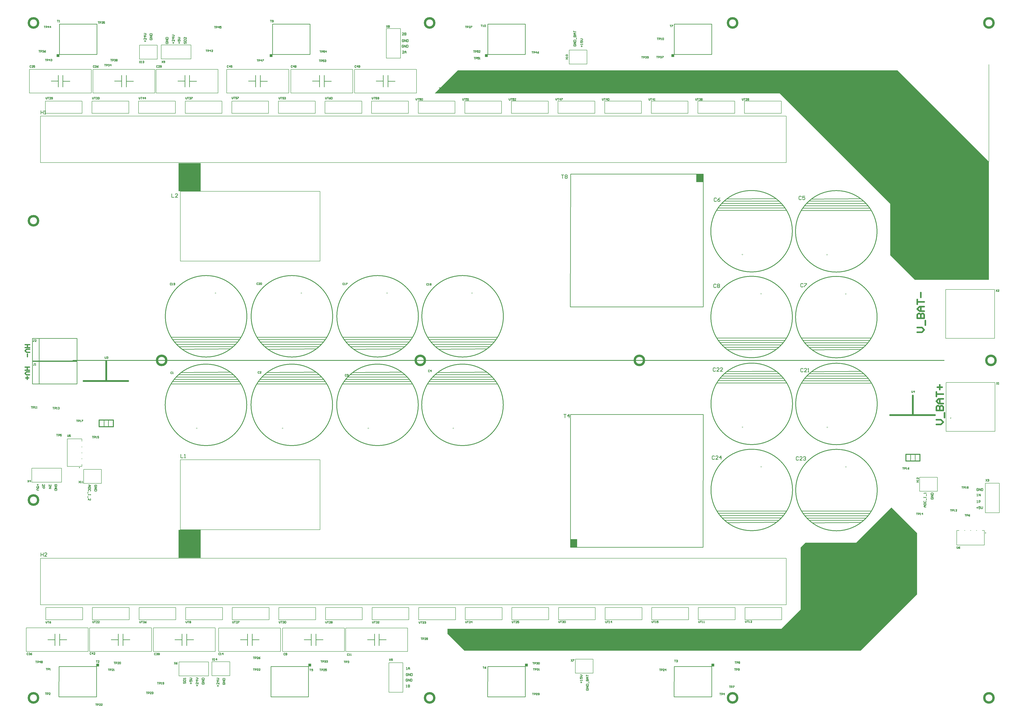
<source format=gbr>
%TF.GenerationSoftware,Altium Limited,Altium Designer,25.3.3 (18)*%
G04 Layer_Color=65535*
%FSLAX45Y45*%
%MOMM*%
%TF.SameCoordinates,A4CA6E92-6A9D-4088-ADF9-EEBE24E4F9EE*%
%TF.FilePolarity,Positive*%
%TF.FileFunction,Legend,Top*%
%TF.Part,Single*%
G01*
G75*
%TA.AperFunction,NonConductor*%
%ADD68C,1.00000*%
%ADD69C,0.25000*%
%ADD70C,0.30000*%
%ADD71C,0.20000*%
%ADD72C,0.25400*%
%ADD73C,0.10000*%
%ADD74C,0.76200*%
%ADD75C,0.38100*%
%ADD76C,0.50000*%
%ADD77C,0.70000*%
%ADD78R,1.30000X1.30000*%
%ADD79R,3.00000X3.50000*%
%ADD80R,9.50000X12.00000*%
G36*
X38417499Y7580000D02*
Y4950000D01*
X35995001Y2527500D01*
X18992500D01*
X18270000Y3250000D01*
Y3470000D01*
X32595001Y3470000D01*
X33417499Y4292498D01*
X33417502Y6960001D01*
X33622501Y7165000D01*
X35797501D01*
X37314999Y8682500D01*
X38417499Y7580000D01*
D02*
G37*
G36*
X41500000Y23539999D02*
Y18462785D01*
X38324713D01*
X37264999Y19522501D01*
Y21727499D01*
X32525000Y26467499D01*
X17731593D01*
X17726733Y26479233D01*
X18705000Y27457501D01*
X37582501D01*
X41500000Y23539999D01*
D02*
G37*
D68*
X41787000Y15000000D02*
G03*
X41787000Y15000000I-200000J0D01*
G01*
X30700000Y29500000D02*
G03*
X30700000Y29500000I-200000J0D01*
G01*
Y500000D02*
G03*
X30700000Y500000I-200000J0D01*
G01*
X26700000Y15000000D02*
G03*
X26700000Y15000000I-200000J0D01*
G01*
X6200000D02*
G03*
X6200000Y15000000I-200000J0D01*
G01*
X700000Y21000000D02*
G03*
X700000Y21000000I-200000J0D01*
G01*
Y9000000D02*
G03*
X700000Y9000000I-200000J0D01*
G01*
X17300000Y15000000D02*
G03*
X17300000Y15000000I-200000J0D01*
G01*
X17700000Y500000D02*
G03*
X17700000Y500000I-200000J0D01*
G01*
Y29500000D02*
G03*
X17700000Y29500000I-200000J0D01*
G01*
X700000D02*
G03*
X700000Y29500000I-200000J0D01*
G01*
X41700000D02*
G03*
X41700000Y29500000I-200000J0D01*
G01*
Y500000D02*
G03*
X41700000Y500000I-200000J0D01*
G01*
X700000D02*
G03*
X700000Y500000I-200000J0D01*
G01*
D69*
X41367499Y7587500D02*
G03*
X41367499Y7587500I-12500J0D01*
G01*
X2485000Y10395000D02*
G03*
X2485000Y10395000I-12500J0D01*
G01*
D70*
X20665048Y16895000D02*
G03*
X20665048Y16895000I-1750000J0D01*
G01*
X9657548D02*
G03*
X9657548Y16895000I-1750000J0D01*
G01*
X17017548D02*
G03*
X17017548Y16895000I-1750000J0D01*
G01*
X13340048D02*
G03*
X13340048Y16895000I-1750000J0D01*
G01*
X13335001Y13089999D02*
G03*
X13335001Y13089999I-1750000J0D01*
G01*
X20660001D02*
G03*
X20660001Y13089999I-1750000J0D01*
G01*
X9652500D02*
G03*
X9652500Y13089999I-1750000J0D01*
G01*
X17012500D02*
G03*
X17012500Y13089999I-1750000J0D01*
G01*
X33073059Y9433360D02*
G03*
X33073059Y9433360I-1750000J0D01*
G01*
X36708060Y9428360D02*
G03*
X36708060Y9428360I-1750000J0D01*
G01*
Y13128360D02*
G03*
X36708060Y13128360I-1750000J0D01*
G01*
X33073059Y13133360D02*
G03*
X33073059Y13133360I-1750000J0D01*
G01*
X33067499Y16864999D02*
G03*
X33067499Y16864999I-1750000J0D01*
G01*
X36702499Y16860001D02*
G03*
X36702499Y16860001I-1750000J0D01*
G01*
X36700000Y20545000D02*
G03*
X36700000Y20545000I-1750000J0D01*
G01*
X33064999Y20550000D02*
G03*
X33064999Y20550000I-1750000J0D01*
G01*
X39860001Y12515000D02*
X39867499Y12522500D01*
X2195000Y15000000D02*
X39575000D01*
D71*
X5046000Y28542499D02*
X5808500D01*
X5046000Y27942499D02*
X5808500D01*
X5046000D02*
Y28542499D01*
X5808500Y27942499D02*
Y28542499D01*
X8161000Y2050000D02*
X8923500D01*
X8161000Y1450000D02*
X8923500D01*
X8161000D02*
Y2050000D01*
X8923500Y1450000D02*
Y2050000D01*
X800000Y4500000D02*
X32800000D01*
X800000D02*
X800000Y6500000D01*
X32800000Y4500000D02*
Y6500000D01*
X800000D02*
X32800000D01*
X800000Y23500000D02*
X32800000D01*
X800000D02*
X800000Y25500000D01*
X32800000Y23500000D02*
Y25500000D01*
X800000D02*
X32800000D01*
X41500000Y23539999D02*
Y27714999D01*
X39660001Y14050000D02*
X39660001Y11950000D01*
X39660001Y14050000D02*
X41760001D01*
X39660001Y11950000D02*
X41760001D01*
Y14050000D01*
X39647501Y18050000D02*
X39647501Y15950000D01*
X39647501Y18050000D02*
X41747501D01*
X39647501Y15950000D02*
X41747501D01*
Y18050000D01*
X31010001Y25620001D02*
Y26139999D01*
X32589999Y26139999D01*
Y25620001D02*
Y26139999D01*
X31010001Y25620001D02*
X32589999D01*
X29010001D02*
Y26139999D01*
X30589999Y26139999D01*
Y25620001D02*
Y26139999D01*
X29010001Y25620001D02*
X30589999D01*
X27010001D02*
Y26139999D01*
X28589999Y26139999D01*
Y25620001D02*
Y26139999D01*
X27010001Y25620001D02*
X28589999D01*
X25010001D02*
Y26139999D01*
X26589999Y26139999D01*
Y25620001D02*
Y26139999D01*
X25010001Y25620001D02*
X26589999D01*
X23010001D02*
Y26139999D01*
X24589999Y26139999D01*
Y25620001D02*
Y26139999D01*
X23010001Y25620001D02*
X24589999D01*
X21010001D02*
Y26139999D01*
X22589999Y26139999D01*
Y25620001D02*
Y26139999D01*
X21010001Y25620001D02*
X22589999D01*
X19010001D02*
Y26139999D01*
X20589999Y26139999D01*
Y25620001D02*
Y26139999D01*
X19010001Y25620001D02*
X20589999D01*
X17010001D02*
Y26139999D01*
X18589999Y26139999D01*
Y25620001D02*
Y26139999D01*
X17010001Y25620001D02*
X18589999D01*
X24512500Y1565000D02*
Y2165000D01*
X23750000Y1565000D02*
Y2165000D01*
Y1565000D02*
X24512500D01*
X23750000Y2165000D02*
X24512500D01*
X6740000Y2047500D02*
X8015000D01*
X6740000Y1445000D02*
X8015000D01*
X6740000D02*
Y2047500D01*
X8015000Y1445000D02*
Y2047500D01*
X13897501Y2490000D02*
Y3502500D01*
Y2490000D02*
X16557500D01*
Y3502500D01*
X13897501D02*
X16557500D01*
X11185000Y2490000D02*
Y3502500D01*
Y2490000D02*
X13845000D01*
Y3502500D01*
X11185000D02*
X13845000D01*
X8447500Y2490000D02*
Y3502500D01*
Y2490000D02*
X11107500D01*
Y3502500D01*
X8447500D02*
X11107500D01*
X5567500Y2497500D02*
Y3510000D01*
X2907500D02*
X5567500D01*
X2907500Y2497500D02*
Y3510000D01*
Y2497500D02*
X5567500D01*
X8302500D02*
Y3510000D01*
X5642500D02*
X8302500D01*
X5642500Y2497500D02*
Y3510000D01*
Y2497500D02*
X8302500D01*
X2852500D02*
Y3510000D01*
X192500D02*
X2852500D01*
X192500Y2497500D02*
Y3510000D01*
Y2497500D02*
X2852500D01*
X15030000Y4380000D02*
X16610001D01*
X15030000Y3860000D02*
Y4380000D01*
Y3860000D02*
X16610001Y3860000D01*
Y4380000D01*
X11030000D02*
X12610000D01*
X11030000Y3860000D02*
Y4380000D01*
Y3860000D02*
X12610000Y3860000D01*
Y4380000D01*
X2650000Y10315000D02*
X3412500D01*
X2650000Y9715000D02*
X3412500D01*
X2650000D02*
Y10315000D01*
X3412500Y9715000D02*
Y10315000D01*
X38527499Y9975000D02*
X39289999D01*
X38527499Y9375000D02*
X39289999D01*
X38527499D02*
Y9975000D01*
X39289999Y9375000D02*
Y9975000D01*
X5985000Y27952499D02*
Y28554999D01*
X7260000Y27952499D02*
Y28554999D01*
X5985000D02*
X7260000D01*
X5985000Y27952499D02*
X7260000D01*
X15645000Y27985001D02*
X16247501D01*
X15645000Y29260001D02*
X16247501D01*
X15645000Y27985001D02*
Y29260001D01*
X16247501Y27985001D02*
Y29260001D01*
X23487500Y27735001D02*
X24250000D01*
X23487500Y28335001D02*
X24250000D01*
Y27735001D02*
Y28335001D01*
X23487500Y27735001D02*
Y28335001D01*
X15752499Y2015000D02*
X16355000D01*
X15752499Y740000D02*
X16355000D01*
Y2015000D01*
X15752499Y740000D02*
Y2015000D01*
X40122501Y7065000D02*
X41307501D01*
X40122501D02*
Y7690000D01*
X41210999D02*
X41307501D01*
X40957001D02*
X40981000D01*
X40703000D02*
X40726999D01*
X40448999D02*
X40473001D01*
X40122501D02*
X40219000D01*
X41307501Y7065000D02*
Y7690000D01*
X426500Y9767500D02*
Y10370000D01*
X1701500Y9767500D02*
Y10370000D01*
X426500D02*
X1701500D01*
X426500Y9767500D02*
X1701500D01*
X41347501Y9726000D02*
X41950000D01*
X41347501Y8451000D02*
X41950000D01*
Y9726000D01*
X41347501Y8451000D02*
Y9726000D01*
X5010000Y25620001D02*
X6590000D01*
Y26139999D01*
X5010000Y26139999D02*
X6590000Y26139999D01*
X5010000Y25620001D02*
Y26139999D01*
X14610001Y3860000D02*
Y4380000D01*
X13030000Y3860000D02*
X14610001Y3860000D01*
X13030000Y3860000D02*
Y4380000D01*
X14610001D01*
X10610000Y3860000D02*
Y4380000D01*
X9030000Y3860000D02*
X10610000Y3860000D01*
X9030000Y3860000D02*
Y4380000D01*
X10610000D01*
X6610000Y3860000D02*
Y4380000D01*
X5030000Y3860000D02*
X6610000Y3860000D01*
X5030000Y3860000D02*
Y4380000D01*
X6610000D01*
X8610000Y3860000D02*
Y4380000D01*
X7030000Y3860000D02*
X8610000Y3860000D01*
X7030000Y3860000D02*
Y4380000D01*
X8610000D01*
X4610000Y3860000D02*
Y4380000D01*
X3030000Y3860000D02*
X4610000Y3860000D01*
X3030000Y3860000D02*
Y4380000D01*
X4610000D01*
X2610000Y3860000D02*
Y4380000D01*
X1030000Y3860000D02*
X2610000Y3860000D01*
X1030000Y3860000D02*
Y4380000D01*
X2610000D01*
X17030000D02*
X18610001D01*
X17030000Y3860000D02*
Y4380000D01*
Y3860000D02*
X18610001Y3860000D01*
Y4380000D01*
X19030000D02*
X20610001D01*
X19030000Y3860000D02*
Y4380000D01*
Y3860000D02*
X20610001Y3860000D01*
Y4380000D01*
X21030000D02*
X22610001D01*
X21030000Y3860000D02*
Y4380000D01*
Y3860000D02*
X22610001Y3860000D01*
Y4380000D01*
X24610001Y3860000D02*
Y4380000D01*
X23030000Y3860000D02*
X24610001Y3860000D01*
X23030000Y3860000D02*
Y4380000D01*
X24610001D01*
X25030000D02*
X26610001D01*
X25030000Y3860000D02*
Y4380000D01*
Y3860000D02*
X26610001Y3860000D01*
Y4380000D01*
X27029999D02*
X28610001D01*
X27029999Y3860000D02*
Y4380000D01*
Y3860000D02*
X28610001Y3860000D01*
Y4380000D01*
X29029999D02*
X30610001D01*
X29029999Y3860000D02*
Y4380000D01*
Y3860000D02*
X30610001Y3860000D01*
Y4380000D01*
X31029999D02*
X32610001D01*
X31029999Y3860000D02*
Y4380000D01*
Y3860000D02*
X32610001Y3860000D01*
Y4380000D01*
X6800000Y22264999D02*
X12800000D01*
X12800000Y19264999D02*
X12800000Y22264999D01*
X6800000Y19264999D02*
X6800000Y22264999D01*
Y19264999D02*
X12800000D01*
X6800000Y7730000D02*
X12800000D01*
X6800000D02*
X6800000Y10730000D01*
X12800000Y7730000D02*
X12800000Y10730000D01*
X6800000D02*
X12800000D01*
X14275000Y26489999D02*
Y27502499D01*
Y26489999D02*
X16935001D01*
Y27502499D01*
X14275000D02*
X16935001D01*
X11540000Y26489999D02*
Y27502499D01*
Y26489999D02*
X14200000D01*
Y27502499D01*
X11540000D02*
X14200000D01*
X15010001Y25620001D02*
Y26139999D01*
X16589999Y26139999D01*
Y25620001D02*
Y26139999D01*
X15010001Y25620001D02*
X16589999D01*
X9010000D02*
Y26139999D01*
X10590000Y26139999D01*
Y25620001D02*
Y26139999D01*
X9010000Y25620001D02*
X10590000D01*
X7010000D02*
Y26139999D01*
X8590000Y26139999D01*
Y25620001D02*
Y26139999D01*
X7010000Y25620001D02*
X8590000D01*
X13010001D02*
Y26139999D01*
X14589999Y26139999D01*
Y25620001D02*
Y26139999D01*
X13010001Y25620001D02*
X14589999D01*
X3010000D02*
Y26139999D01*
X4590000Y26139999D01*
Y25620001D02*
Y26139999D01*
X3010000Y25620001D02*
X4590000D01*
X1010000D02*
Y26139999D01*
X2590000Y26139999D01*
Y25620001D02*
Y26139999D01*
X1010000Y25620001D02*
X2590000D01*
X1950000Y10442500D02*
X2575000D01*
Y11531000D02*
Y11627500D01*
Y11277000D02*
Y11301000D01*
Y11023000D02*
Y11047000D01*
Y10769000D02*
Y10793000D01*
Y10442500D02*
Y10539000D01*
X1950000Y11627500D02*
X2575000D01*
X1950000Y10442500D02*
Y11627500D01*
X11010000Y25620001D02*
X12590000D01*
Y26139999D01*
X11010000Y26139999D02*
X12590000Y26139999D01*
X11010000Y25620001D02*
Y26139999D01*
X327500Y27502499D02*
X2987500D01*
Y26489999D02*
Y27502499D01*
X327500Y26489999D02*
X2987500D01*
X327500D02*
Y27502499D01*
X3047500Y27502499D02*
X5707500D01*
Y26489999D02*
Y27502499D01*
X3047500Y26489999D02*
X5707500D01*
X3047500D02*
Y27502499D01*
X5762500D02*
X8422500D01*
Y26489999D02*
Y27502499D01*
X5762500Y26489999D02*
X8422500D01*
X5762500D02*
Y27502499D01*
X8795000D02*
X11455000D01*
Y26489999D02*
Y27502499D01*
X8795000Y26489999D02*
X11455000D01*
X8795000D02*
Y27502499D01*
D72*
X21600000Y550000D02*
Y1850000D01*
X19991393D02*
X21600000D01*
X19988519Y550000D02*
X21600000D01*
X19988519D02*
X19991393Y1850000D01*
X12300000Y550000D02*
Y1850000D01*
X10691392D02*
X12300000D01*
X10688520Y550000D02*
X12300000D01*
X10688520D02*
X10691392Y1850000D01*
X3200000Y550000D02*
Y1850000D01*
X1591392D02*
X3200000D01*
X1588520Y550000D02*
X3200000D01*
X1588520D02*
X1591392Y1850000D01*
X14827126Y3002303D02*
X15127126D01*
X15334625Y2999803D02*
X15634625D01*
X15330122Y2866565D02*
Y3166565D01*
X15330000Y2750000D02*
Y3250000D01*
X15130000Y2750000D02*
Y3250000D01*
X29237500Y17305000D02*
Y23005000D01*
X23547501Y23005000D02*
X29237500Y23005000D01*
X23534911Y17305000D02*
X29237500Y17305000D01*
X23534911Y17305093D02*
X23547501Y23005000D01*
X12114625Y3002303D02*
X12414625D01*
X12622125Y2999803D02*
X12922125D01*
X12617622Y2866565D02*
Y3166565D01*
X12617500Y2750000D02*
Y3250000D01*
X12417500Y2750000D02*
Y3250000D01*
X9377125Y3002303D02*
X9677125D01*
X9884625Y2999803D02*
X10184625D01*
X9880122Y2866565D02*
Y3166565D01*
X9880000Y2750000D02*
Y3250000D01*
X9680000Y2750000D02*
Y3250000D01*
X4337875Y2997697D02*
X4637875D01*
X3830375Y3000197D02*
X4130375D01*
X4134878Y2833435D02*
Y3133435D01*
X4135000Y2750000D02*
Y3250000D01*
X4335000Y2750000D02*
Y3250000D01*
X7072875Y2997697D02*
X7372875D01*
X6565375Y3000197D02*
X6865375D01*
X6869878Y2833435D02*
Y3133435D01*
X6870000Y2750000D02*
Y3250000D01*
X7070000Y2750000D02*
Y3250000D01*
X1622875Y2997697D02*
X1922874D01*
X1115375Y3000197D02*
X1415375D01*
X1419878Y2833435D02*
Y3133435D01*
X1420000Y2750000D02*
Y3250000D01*
X1620000Y2750000D02*
Y3250000D01*
X27992499Y28150000D02*
Y29450000D01*
Y28150000D02*
X29601108D01*
X27992499Y29450000D02*
X29603979D01*
X29601108Y28150000D02*
X29603979Y29450000D01*
X19992500Y28150000D02*
Y29450000D01*
Y28150000D02*
X21601108D01*
X19992500Y29450000D02*
X21603979D01*
X21601108Y28150000D02*
X21603979Y29450000D01*
X451911Y14984219D02*
Y15949420D01*
X2369611Y14984219D02*
Y15949420D01*
X451911Y14984219D02*
X2369611D01*
X451911Y15949420D02*
X2369611D01*
X744011Y14984219D02*
Y15949420D01*
X2369611Y14984219D02*
Y15949420D01*
X744011Y14984219D02*
X2369611D01*
X744011Y15949420D02*
X2369611D01*
X451531Y13992300D02*
Y14957500D01*
X2369231Y13992300D02*
Y14957500D01*
X451531Y13992300D02*
X2369231D01*
X451531Y14957500D02*
X2369231D01*
X743631Y13992300D02*
Y14957500D01*
X2369231Y13992300D02*
Y14957500D01*
X743631Y13992300D02*
X2369231D01*
X743631Y14957500D02*
X2369231D01*
X23537500Y6975000D02*
Y12675000D01*
Y6975000D02*
X29227499Y6975000D01*
X23537500Y12675000D02*
X29240091Y12675000D01*
X29227499Y6975000D02*
X29240091Y12674906D01*
X15204625Y27002304D02*
X15504625D01*
X15712125Y26999802D02*
X16012125D01*
X15707622Y26866565D02*
Y27166565D01*
X15707500Y26750000D02*
Y27250000D01*
X15507500Y26750000D02*
Y27250000D01*
X12469625Y27002304D02*
X12769625D01*
X12977126Y26999802D02*
X13277126D01*
X12972623Y26866565D02*
Y27166565D01*
X12972501Y26750000D02*
Y27250000D01*
X12772500Y26750000D02*
Y27250000D01*
X17485048Y15895000D02*
X20345049D01*
X17565048Y15795000D02*
X20265048D01*
X17655048Y15695000D02*
X20185048D01*
X17745049Y15595000D02*
X20075047D01*
X17885048Y15485001D02*
X19965089Y15498595D01*
X17415048Y15995000D02*
X20405048Y15995000D01*
X6477548Y15895000D02*
X9337548D01*
X6557548Y15795000D02*
X9257548D01*
X6647548Y15695000D02*
X9177548D01*
X6737548Y15595000D02*
X9067548D01*
X6877548Y15485001D02*
X8957590Y15498595D01*
X6407548Y15995000D02*
X9397548Y15995000D01*
X13837547Y15895000D02*
X16697548D01*
X13917548Y15795000D02*
X16617548D01*
X14007549Y15695000D02*
X16537547D01*
X14097548Y15595000D02*
X16427548D01*
X14237547Y15485001D02*
X16317590Y15498595D01*
X13767548Y15995000D02*
X16757549Y15995000D01*
X10160048Y15895000D02*
X13020049D01*
X10240048Y15795000D02*
X12940048D01*
X10330048Y15695000D02*
X12860048D01*
X10420048Y15595000D02*
X12750048D01*
X10560048Y15485001D02*
X12640090Y15498595D01*
X10090048Y15995000D02*
X13080048Y15995000D01*
X10155000Y14089999D02*
X13014999D01*
X10235000Y14189999D02*
X12935001D01*
X10315000Y14289999D02*
X12845000D01*
X10425000Y14389999D02*
X12755000D01*
X10534958Y14486404D02*
X12615000Y14500000D01*
X10095000Y13989999D02*
X13085001Y13989999D01*
X17480000Y14089999D02*
X20339999D01*
X17560001Y14189999D02*
X20260001D01*
X17639999Y14289999D02*
X20170000D01*
X17750000Y14389999D02*
X20080000D01*
X17859958Y14486404D02*
X19939999Y14500000D01*
X17420000Y13989999D02*
X20410001Y13989999D01*
X6472500Y14089999D02*
X9332500D01*
X6552500Y14189999D02*
X9252500D01*
X6632500Y14289999D02*
X9162500D01*
X6742500Y14389999D02*
X9072500D01*
X6852458Y14486404D02*
X8932500Y14500000D01*
X6412500Y13989999D02*
X9402500Y13989999D01*
X13832500Y14089999D02*
X16692500D01*
X13912500Y14189999D02*
X16612500D01*
X13992500Y14289999D02*
X16522501D01*
X14102499Y14389999D02*
X16432500D01*
X14212457Y14486404D02*
X16292500Y14500000D01*
X13772501Y13989999D02*
X16762500Y13989999D01*
X29833060Y8533361D02*
X32823059Y8533360D01*
X30283017Y8029876D02*
X32373059Y8043360D01*
X30153061Y8133360D02*
X32483060D01*
X30053061Y8233360D02*
X32593060D01*
X29973059Y8333360D02*
X32673059D01*
X29883060Y8433360D02*
X32753061D01*
X33468060Y8528361D02*
X36458060Y8528360D01*
X33918018Y8024876D02*
X36008060Y8038360D01*
X33788062Y8128360D02*
X36118060D01*
X33688062Y8228360D02*
X36228061D01*
X33608060Y8328360D02*
X36308060D01*
X33518060Y8428360D02*
X36388062D01*
X33458060Y14028360D02*
X36448059Y14028360D01*
X33908060Y14518359D02*
X35998102Y14531845D01*
X33798059Y14428360D02*
X36128061D01*
X33688062Y14328360D02*
X36228061D01*
X33608060Y14228360D02*
X36308060D01*
X33528061Y14128360D02*
X36398059D01*
X29823059Y14033360D02*
X32813062Y14033360D01*
X30273059Y14523360D02*
X32363101Y14536845D01*
X30163062Y14433360D02*
X32493060D01*
X30053061Y14333360D02*
X32593060D01*
X29973059Y14233360D02*
X32673059D01*
X29893060Y14133360D02*
X32763062D01*
X29827499Y15964999D02*
X32817499Y15964999D01*
X30277457Y15461514D02*
X32367499Y15475000D01*
X30147501Y15564999D02*
X32477499D01*
X30047501Y15664999D02*
X32587500D01*
X29967499Y15764999D02*
X32667499D01*
X29877499Y15864999D02*
X32747501D01*
X33462500Y15960001D02*
X36452499Y15960001D01*
X33912457Y15456516D02*
X36002499Y15470000D01*
X33782501Y15560001D02*
X36112500D01*
X33682501Y15660001D02*
X36222501D01*
X33602499Y15759999D02*
X36302499D01*
X33512500Y15860001D02*
X36382501D01*
X33450000Y21445000D02*
X36439999Y21445000D01*
X33900000Y21935001D02*
X35990042Y21948483D01*
X33789999Y21845000D02*
X36120001D01*
X33679999Y21745000D02*
X36220001D01*
X33600000Y21645000D02*
X36300000D01*
X33520001Y21545000D02*
X36389999D01*
X29814999Y21450000D02*
X32804999Y21450000D01*
X30264999Y21939999D02*
X32355042Y21953484D01*
X30154999Y21850000D02*
X32485001D01*
X30045001Y21750000D02*
X32585001D01*
X29964999Y21650000D02*
X32664999D01*
X29885001Y21550000D02*
X32754999D01*
X38209601Y12650500D02*
Y13514101D01*
X38328979Y10692160D02*
Y10958860D01*
X38138480Y10689620D02*
Y10958860D01*
X3594600Y14120500D02*
Y14984100D01*
X3713980Y12162160D02*
Y12428860D01*
X3523480Y12159620D02*
Y12428860D01*
X3218608Y28150000D02*
X3221480Y29450000D01*
X1610000D02*
X3221480D01*
X1610000Y28150000D02*
X3218608D01*
X1610000D02*
Y29450000D01*
X1560000Y26750000D02*
Y27250000D01*
X1760000Y26750000D02*
Y27250000D01*
X1760122Y26866565D02*
Y27166565D01*
X1764625Y26999802D02*
X2064625D01*
X1257125Y27002304D02*
X1557125D01*
X4280000Y26750000D02*
Y27250000D01*
X4480000Y26750000D02*
Y27250000D01*
X4480122Y26866565D02*
Y27166565D01*
X4484625Y26999802D02*
X4784625D01*
X3977125Y27002304D02*
X4277125D01*
X6995000Y26750000D02*
Y27250000D01*
X7195000Y26750000D02*
Y27250000D01*
X7195122Y26866565D02*
Y27166565D01*
X7199625Y26999802D02*
X7499625D01*
X6692125Y27002304D02*
X6992125D01*
X12361108Y28150000D02*
X12363980Y29450000D01*
X10752500D02*
X12363980D01*
X10752500Y28150000D02*
X12361108D01*
X10752500D02*
Y29450000D01*
X10027500Y26750000D02*
Y27250000D01*
X10227500Y26750000D02*
Y27250000D01*
X10227622Y26866565D02*
Y27166565D01*
X10232125Y26999802D02*
X10532125D01*
X9724625Y27002304D02*
X10024625D01*
X27988519Y550000D02*
X27991391Y1850000D01*
X27988519Y550000D02*
X29600000D01*
X27991391Y1850000D02*
X29600000D01*
Y550000D02*
Y1850000D01*
X5284753Y28685699D02*
Y28752344D01*
X5251431Y28719022D02*
X5318076D01*
X5334737Y28852310D02*
Y28785666D01*
X5268092Y28852310D01*
X5251431D01*
X5234770Y28835651D01*
Y28802328D01*
X5251431Y28785666D01*
X5334737Y28935617D02*
X5234770D01*
X5284753Y28885635D01*
Y28952280D01*
X5234770Y28985602D02*
X5301415D01*
X5334737Y29018924D01*
X5301415Y29052246D01*
X5234770D01*
X5508931Y28842343D02*
X5492270Y28825681D01*
Y28792361D01*
X5508931Y28775699D01*
X5575576D01*
X5592237Y28792361D01*
Y28825681D01*
X5575576Y28842343D01*
X5542254D01*
Y28809021D01*
X5592237Y28875665D02*
X5492270D01*
X5592237Y28942310D01*
X5492270D01*
Y28975635D02*
X5592237D01*
Y29025620D01*
X5575576Y29042279D01*
X5508931D01*
X5492270Y29025620D01*
Y28975635D01*
X8412253Y985699D02*
Y1052344D01*
X8378931Y1019021D02*
X8445576D01*
X8462237Y1152311D02*
Y1085666D01*
X8395592Y1152311D01*
X8378931D01*
X8362270Y1135650D01*
Y1102328D01*
X8378931Y1085666D01*
X8462237Y1235618D02*
X8362270D01*
X8412253Y1185634D01*
Y1252279D01*
X8362270Y1285602D02*
X8428915D01*
X8462237Y1318924D01*
X8428915Y1352247D01*
X8362270D01*
X8636431Y1142343D02*
X8619770Y1125682D01*
Y1092360D01*
X8636431Y1075698D01*
X8703076D01*
X8719737Y1092360D01*
Y1125682D01*
X8703076Y1142343D01*
X8669754D01*
Y1109021D01*
X8719737Y1175666D02*
X8619770D01*
X8719737Y1242311D01*
X8619770D01*
Y1275634D02*
X8719737D01*
Y1325618D01*
X8703076Y1342279D01*
X8636431D01*
X8619770Y1325618D01*
Y1275634D01*
X2849561Y9649600D02*
X2916206D01*
X2949529Y9616277D01*
X2916206Y9582955D01*
X2849561D01*
X2899545D01*
Y9649600D01*
X2949529Y9549632D02*
X2849561D01*
Y9499648D01*
X2866223Y9482987D01*
X2932868D01*
X2949529Y9499648D01*
Y9549632D01*
X2932868Y9383019D02*
X2949529Y9399680D01*
Y9433003D01*
X2932868Y9449664D01*
X2866223D01*
X2849561Y9433003D01*
Y9399680D01*
X2866223Y9383019D01*
X2832900Y9349696D02*
Y9283051D01*
X2949529Y9249729D02*
Y9216406D01*
Y9233067D01*
X2849561D01*
Y9249729D01*
Y9216406D01*
X2832900Y9166422D02*
Y9099777D01*
X2849561Y8999809D02*
Y9066454D01*
X2916206Y8999809D01*
X2932868D01*
X2949529Y9016470D01*
Y9049793D01*
X2932868Y9066454D01*
X3198706Y9582955D02*
X3215367Y9599616D01*
Y9632938D01*
X3198706Y9649600D01*
X3132061D01*
X3115400Y9632938D01*
Y9599616D01*
X3132061Y9582955D01*
X3165384D01*
Y9616277D01*
X3115400Y9549632D02*
X3215367D01*
X3115400Y9482987D01*
X3215367D01*
Y9449664D02*
X3115400D01*
Y9399680D01*
X3132061Y9383019D01*
X3198706D01*
X3215367Y9399680D01*
Y9449664D01*
X38800439Y8697900D02*
X38733792D01*
X38700470Y8731222D01*
X38733792Y8764545D01*
X38800439D01*
X38750455D01*
Y8697900D01*
X38700470Y8797868D02*
X38800439D01*
Y8847851D01*
X38783777Y8864513D01*
X38717133D01*
X38700470Y8847851D01*
Y8797868D01*
X38717133Y8964480D02*
X38700470Y8947819D01*
Y8914497D01*
X38717133Y8897835D01*
X38783777D01*
X38800439Y8914497D01*
Y8947819D01*
X38783777Y8964480D01*
X38817099Y8997803D02*
Y9064448D01*
X38700470Y9097771D02*
Y9131093D01*
Y9114432D01*
X38800439D01*
Y9097771D01*
Y9131093D01*
X38817099Y9181077D02*
Y9247722D01*
X38800439Y9281045D02*
Y9314368D01*
Y9297707D01*
X38700470D01*
X38717133Y9281045D01*
X39024954Y9105179D02*
X39008292Y9088518D01*
Y9055196D01*
X39024954Y9038534D01*
X39091599D01*
X39108258Y9055196D01*
Y9088518D01*
X39091599Y9105179D01*
X39058276D01*
Y9071857D01*
X39108258Y9138502D02*
X39008292D01*
X39108258Y9205147D01*
X39008292D01*
Y9238470D02*
X39108258D01*
Y9288454D01*
X39091599Y9305115D01*
X39024954D01*
X39008292Y9288454D01*
Y9238470D01*
X24232132Y894545D02*
X24215469Y877884D01*
Y844561D01*
X24232132Y827900D01*
X24298776D01*
X24315437Y844561D01*
Y877884D01*
X24298776Y894545D01*
X24265454D01*
Y861223D01*
X24315437Y927868D02*
X24215469D01*
X24315437Y994513D01*
X24215469D01*
Y1027836D02*
X24315437D01*
Y1077820D01*
X24298776Y1094481D01*
X24232132D01*
X24215469Y1077820D01*
Y1027836D01*
X24332098Y1127803D02*
Y1194448D01*
X24215469Y1227771D02*
X24315437D01*
Y1277755D01*
X24298776Y1294416D01*
X24282117D01*
X24265454Y1277755D01*
Y1227771D01*
Y1277755D01*
X24248793Y1294416D01*
X24232132D01*
X24215469Y1277755D01*
Y1227771D01*
X24315437Y1327739D02*
X24248793D01*
X24215469Y1361062D01*
X24248793Y1394384D01*
X24315437D01*
X24265454D01*
Y1327739D01*
X24215469Y1427707D02*
Y1494352D01*
Y1461029D01*
X24315437D01*
X24002116Y1142900D02*
Y1209545D01*
X23968793Y1176222D02*
X24035439D01*
X24052100Y1242867D02*
Y1276190D01*
Y1259529D01*
X23952132D01*
X23968793Y1242867D01*
X23952132Y1392819D02*
Y1326174D01*
X24002116D01*
X23985455Y1359496D01*
Y1376158D01*
X24002116Y1392819D01*
X24035439D01*
X24052100Y1376158D01*
Y1342835D01*
X24035439Y1326174D01*
X23952132Y1426142D02*
X24018777D01*
X24052100Y1459464D01*
X24018777Y1492787D01*
X23952132D01*
X7741293Y1157045D02*
X7724632Y1140384D01*
Y1107062D01*
X7741293Y1090400D01*
X7807938D01*
X7824600Y1107062D01*
Y1140384D01*
X7807938Y1157045D01*
X7774616D01*
Y1123723D01*
X7824600Y1190368D02*
X7724632D01*
X7824600Y1257013D01*
X7724632D01*
Y1290336D02*
X7824600D01*
Y1340320D01*
X7807938Y1356981D01*
X7741293D01*
X7724632Y1340320D01*
Y1290336D01*
X7517116Y1000400D02*
Y1067045D01*
X7483793Y1033723D02*
X7550438D01*
X7567100Y1167013D02*
Y1100368D01*
X7500455Y1167013D01*
X7483793D01*
X7467132Y1150352D01*
Y1117030D01*
X7483793Y1100368D01*
X7567100Y1250320D02*
X7467132D01*
X7517116Y1200336D01*
Y1266981D01*
X7467132Y1300304D02*
X7533777D01*
X7567100Y1333626D01*
X7533777Y1366949D01*
X7467132D01*
X7252116Y1095400D02*
Y1162045D01*
X7218793Y1128722D02*
X7285438D01*
X7202132Y1262012D02*
Y1195367D01*
X7252116D01*
X7235455Y1228690D01*
Y1245351D01*
X7252116Y1262012D01*
X7285438D01*
X7302100Y1245351D01*
Y1212029D01*
X7285438Y1195367D01*
X7202132Y1295335D02*
X7268777D01*
X7302100Y1328658D01*
X7268777Y1361980D01*
X7202132D01*
X6946293Y1192045D02*
X6929632Y1175384D01*
Y1142061D01*
X6946293Y1125400D01*
X6962955D01*
X6979616Y1142061D01*
Y1175384D01*
X6996277Y1192045D01*
X7012938D01*
X7029600Y1175384D01*
Y1142061D01*
X7012938Y1125400D01*
X6929632Y1225368D02*
X7029600D01*
Y1275352D01*
X7012938Y1292013D01*
X6946293D01*
X6929632Y1275352D01*
Y1225368D01*
X7029600Y1325335D02*
Y1358658D01*
Y1341997D01*
X6929632D01*
X6946293Y1325335D01*
X16490401Y960400D02*
X16523723D01*
X16507060D01*
Y1060368D01*
X16490401Y1043706D01*
X16573708Y1060368D02*
Y960400D01*
X16623689D01*
X16640352Y977061D01*
Y993722D01*
X16623689Y1010384D01*
X16573708D01*
X16623689D01*
X16640352Y1027045D01*
Y1043706D01*
X16623689Y1060368D01*
X16573708D01*
X16556726Y1536908D02*
X16540065Y1553569D01*
X16506743D01*
X16490080Y1536908D01*
Y1470262D01*
X16506743Y1453601D01*
X16540065D01*
X16556726Y1470262D01*
Y1503585D01*
X16523404D01*
X16590050Y1453601D02*
Y1553569D01*
X16656694Y1453601D01*
Y1553569D01*
X16690018D02*
Y1453601D01*
X16740001D01*
X16756662Y1470262D01*
Y1536908D01*
X16740001Y1553569D01*
X16690018D01*
X16545712Y1298133D02*
X16529053Y1314794D01*
X16495731D01*
X16479068Y1298133D01*
Y1231488D01*
X16495731Y1214826D01*
X16529053D01*
X16545712Y1231488D01*
Y1264810D01*
X16512392D01*
X16579036Y1214826D02*
Y1314794D01*
X16645682Y1214826D01*
Y1314794D01*
X16679004D02*
Y1214826D01*
X16728989D01*
X16745650Y1231488D01*
Y1298133D01*
X16728989Y1314794D01*
X16679004D01*
X16492900Y1712900D02*
X16526224D01*
X16509563D01*
Y1812868D01*
X16492900Y1796206D01*
X16576207Y1712900D02*
Y1779545D01*
X16609529Y1812868D01*
X16642851Y1779545D01*
Y1712900D01*
Y1762884D01*
X16576207D01*
X6972768Y28683359D02*
X6956107Y28666699D01*
Y28633374D01*
X6972768Y28616714D01*
X6989430D01*
X7006091Y28633374D01*
Y28666699D01*
X7022752Y28683359D01*
X7039413D01*
X7056075Y28666699D01*
Y28633374D01*
X7039413Y28616714D01*
X6956107Y28716681D02*
X7056075D01*
Y28766666D01*
X7039413Y28783328D01*
X6972768D01*
X6956107Y28766666D01*
Y28716681D01*
X7056075Y28883295D02*
Y28816650D01*
X6989430Y28883295D01*
X6972768D01*
X6956107Y28866632D01*
Y28833310D01*
X6972768Y28816650D01*
X6747311Y28616714D02*
Y28683359D01*
X6713989Y28650037D02*
X6780634D01*
X6697327Y28783328D02*
Y28716681D01*
X6747311D01*
X6730650Y28750003D01*
Y28766666D01*
X6747311Y28783328D01*
X6780634D01*
X6797295Y28766666D01*
Y28733344D01*
X6780634Y28716681D01*
X6697327Y28816650D02*
X6763973D01*
X6797295Y28849973D01*
X6763973Y28883295D01*
X6697327D01*
X6498391Y28616714D02*
Y28683359D01*
X6465069Y28650037D02*
X6531714D01*
X6548375Y28783328D02*
Y28716681D01*
X6481730Y28783328D01*
X6465069D01*
X6448407Y28766666D01*
Y28733344D01*
X6465069Y28716681D01*
X6548375Y28866632D02*
X6448407D01*
X6498391Y28816650D01*
Y28883295D01*
X6448407Y28916617D02*
X6515053D01*
X6548375Y28949939D01*
X6515053Y28983261D01*
X6448407D01*
X6191440Y28683359D02*
X6174778Y28666699D01*
Y28633374D01*
X6191440Y28616714D01*
X6258085D01*
X6274746Y28633374D01*
Y28666699D01*
X6258085Y28683359D01*
X6224762D01*
Y28650037D01*
X6274746Y28716681D02*
X6174778D01*
X6274746Y28783328D01*
X6174778D01*
Y28816650D02*
X6274746D01*
Y28866632D01*
X6258085Y28883295D01*
X6191440D01*
X6174778Y28866632D01*
Y28816650D01*
X16391882Y28196005D02*
X16325238D01*
X16391882Y28262650D01*
Y28279309D01*
X16375221Y28295972D01*
X16341899D01*
X16325238Y28279309D01*
X16425204Y28196005D02*
Y28262650D01*
X16458528Y28295972D01*
X16491850Y28262650D01*
Y28196005D01*
Y28245987D01*
X16425204D01*
X16373532Y28537430D02*
X16356871Y28554092D01*
X16323547D01*
X16306886Y28537430D01*
Y28470786D01*
X16323547Y28454126D01*
X16356871D01*
X16373532Y28470786D01*
Y28504108D01*
X16340208D01*
X16406854Y28454126D02*
Y28554092D01*
X16473500Y28454126D01*
Y28554092D01*
X16506822D02*
Y28454126D01*
X16556805D01*
X16573466Y28470786D01*
Y28537430D01*
X16556805Y28554092D01*
X16506822D01*
X16384544Y28776205D02*
X16367883Y28792868D01*
X16334561D01*
X16317900Y28776205D01*
Y28709561D01*
X16334561Y28692899D01*
X16367883D01*
X16384544Y28709561D01*
Y28742883D01*
X16351224D01*
X16417868Y28692899D02*
Y28792868D01*
X16484512Y28692899D01*
Y28792868D01*
X16517836D02*
Y28692899D01*
X16567821D01*
X16584480Y28709561D01*
Y28776205D01*
X16567821Y28792868D01*
X16517836D01*
X16389545Y28975400D02*
X16322900D01*
X16389545Y29042044D01*
Y29058707D01*
X16372884Y29075369D01*
X16339561D01*
X16322900Y29058707D01*
X16422868Y29075369D02*
Y28975400D01*
X16472852D01*
X16489513Y28992062D01*
Y29008722D01*
X16472852Y29025385D01*
X16422868D01*
X16472852D01*
X16489513Y29042044D01*
Y29058707D01*
X16472852Y29075369D01*
X16422868D01*
X24019617Y28472900D02*
Y28539545D01*
X23986293Y28506223D02*
X24052937D01*
X24069600Y28572867D02*
Y28606189D01*
Y28589529D01*
X23969632D01*
X23986293Y28572867D01*
X23969632Y28722818D02*
Y28656174D01*
X24019617D01*
X24002956Y28689496D01*
Y28706158D01*
X24019617Y28722818D01*
X24052937D01*
X24069600Y28706158D01*
Y28672836D01*
X24052937Y28656174D01*
X23969632Y28756143D02*
X24036276D01*
X24069600Y28789465D01*
X24036276Y28822787D01*
X23969632D01*
X23694632Y28567044D02*
X23677971Y28550385D01*
Y28517062D01*
X23694632Y28500400D01*
X23761276D01*
X23777937Y28517062D01*
Y28550385D01*
X23761276Y28567044D01*
X23727956D01*
Y28533722D01*
X23777937Y28600369D02*
X23677971D01*
X23777937Y28667014D01*
X23677971D01*
Y28700336D02*
X23777937D01*
Y28750320D01*
X23761276Y28766980D01*
X23694632D01*
X23677971Y28750320D01*
Y28700336D01*
X23794600Y28800305D02*
Y28866949D01*
X23677971Y28900272D02*
X23777937D01*
Y28950256D01*
X23761276Y28966916D01*
X23744617D01*
X23727956Y28950256D01*
Y28900272D01*
Y28950256D01*
X23711293Y28966916D01*
X23694632D01*
X23677971Y28950256D01*
Y28900272D01*
X23777937Y29000238D02*
X23711293D01*
X23677971Y29033563D01*
X23711293Y29066885D01*
X23777937D01*
X23727956D01*
Y29000238D01*
X23677971Y29100208D02*
Y29166852D01*
Y29133530D01*
X23777937D01*
X1488707Y9607955D02*
X1505368Y9624616D01*
Y9657938D01*
X1488707Y9674600D01*
X1422062D01*
X1405400Y9657938D01*
Y9624616D01*
X1422062Y9607955D01*
X1455384D01*
Y9641277D01*
X1405400Y9574632D02*
X1505368D01*
X1405400Y9507987D01*
X1505368D01*
Y9474664D02*
X1405400D01*
Y9424680D01*
X1422062Y9408019D01*
X1488707D01*
X1505368Y9424680D01*
Y9474664D01*
X1159382Y9599291D02*
Y9665936D01*
X1226027Y9599291D01*
X1242688D01*
X1259350Y9615952D01*
Y9649275D01*
X1242688Y9665936D01*
X1159382Y9565968D02*
X1259350D01*
X1159382Y9499323D01*
X1259350D01*
X875481Y9603506D02*
Y9670151D01*
X942126Y9603506D01*
X958788D01*
X975449Y9620167D01*
Y9653489D01*
X958788Y9670151D01*
X875481Y9570183D02*
X975449D01*
Y9520199D01*
X958788Y9503538D01*
X925465D01*
X908804Y9520199D01*
Y9570183D01*
X41039545Y9488706D02*
X41022885Y9505368D01*
X40989560D01*
X40972900Y9488706D01*
Y9422061D01*
X40989560Y9405400D01*
X41022885D01*
X41039545Y9422061D01*
Y9455384D01*
X41006223D01*
X41072867Y9405400D02*
Y9505368D01*
X41139514Y9405400D01*
Y9505368D01*
X41172836D02*
Y9405400D01*
X41222818D01*
X41239481Y9422061D01*
Y9488706D01*
X41222818Y9505368D01*
X41172836D01*
X40961563Y8676866D02*
X41028210D01*
X40994885Y8710188D02*
Y8643543D01*
X41128177Y8726849D02*
X41061530D01*
Y8676866D01*
X41094855Y8693527D01*
X41111514D01*
X41128177Y8676866D01*
Y8643543D01*
X41111514Y8626882D01*
X41078192D01*
X41061530Y8643543D01*
X41161499Y8726849D02*
Y8660204D01*
X41194821Y8626882D01*
X41228143Y8660204D01*
Y8726849D01*
X40984064Y9169382D02*
X41017386D01*
X41000726D01*
Y9269350D01*
X40984064Y9252688D01*
X41067371Y9169382D02*
Y9269350D01*
X41134015Y9169382D01*
Y9269350D01*
X40979849Y8885481D02*
X41013171D01*
X40996509D01*
Y8985448D01*
X40979849Y8968787D01*
X41063156Y8885481D02*
Y8985448D01*
X41113138D01*
X41129800Y8968787D01*
Y8935464D01*
X41113138Y8918803D01*
X41063156D01*
X676865Y9685936D02*
Y9619291D01*
X710188Y9652613D02*
X643543D01*
X726849Y9519323D02*
Y9585968D01*
X676865D01*
X693526Y9552646D01*
Y9535984D01*
X676865Y9519323D01*
X643543D01*
X626881Y9535984D01*
Y9569307D01*
X643543Y9585968D01*
X726849Y9486000D02*
X660204D01*
X626881Y9452678D01*
X660204Y9419355D01*
X726849D01*
X8173552Y2193701D02*
X8226868Y2113727D01*
Y2193701D02*
X8173552Y2113727D01*
X8253527D02*
X8280185D01*
X8266856D01*
Y2193701D01*
X8253527Y2180373D01*
X8360159Y2113727D02*
Y2193701D01*
X8320172Y2153715D01*
X8373488D01*
X5040032Y27864987D02*
X5093348Y27785013D01*
Y27864987D02*
X5040032Y27785013D01*
X5120006D02*
X5146664D01*
X5133335D01*
Y27864987D01*
X5120006Y27851657D01*
X5186652D02*
X5199981Y27864987D01*
X5226639D01*
X5239968Y27851657D01*
Y27838330D01*
X5226639Y27825000D01*
X5213310D01*
X5226639D01*
X5239968Y27811670D01*
Y27798343D01*
X5226639Y27785013D01*
X5199981D01*
X5186652Y27798343D01*
X816160Y6739011D02*
Y6586660D01*
Y6662835D01*
X917727D01*
Y6739011D01*
Y6586660D01*
X1070078D02*
X968511D01*
X1070078Y6688227D01*
Y6713619D01*
X1044686Y6739011D01*
X993903D01*
X968511Y6713619D01*
X816160Y25738211D02*
Y25585860D01*
Y25662036D01*
X917727D01*
Y25738211D01*
Y25585860D01*
X968511D02*
X1019294D01*
X993903D01*
Y25738211D01*
X968511Y25712820D01*
X27260046Y28857486D02*
X27313361D01*
X27286703D01*
Y28777512D01*
X27340018D02*
Y28857486D01*
X27380008D01*
X27393335Y28844159D01*
Y28817499D01*
X27380008Y28804172D01*
X27340018D01*
X27419995Y28777512D02*
X27446652D01*
X27433322D01*
Y28857486D01*
X27419995Y28844159D01*
X27486639D02*
X27499969Y28857486D01*
X27526627D01*
X27539954Y28844159D01*
Y28790842D01*
X27526627Y28777512D01*
X27499969D01*
X27486639Y28790842D01*
Y28844159D01*
X19025880Y29367487D02*
X19079198D01*
X19052539D01*
Y29287512D01*
X19105855D02*
Y29367487D01*
X19145842D01*
X19159171Y29354156D01*
Y29327499D01*
X19145842Y29314172D01*
X19105855D01*
X19239145Y29287512D02*
X19185829D01*
X19239145Y29340829D01*
Y29354156D01*
X19225816Y29367487D01*
X19199158D01*
X19185829Y29354156D01*
X19265804Y29367487D02*
X19319119D01*
Y29354156D01*
X19265804Y29300842D01*
Y29287512D01*
X38397513Y9760033D02*
X38477487Y9813349D01*
X38397513D02*
X38477487Y9760033D01*
Y9840007D02*
Y9866665D01*
Y9853336D01*
X38397513D01*
X38410840Y9840007D01*
X38477487Y9959968D02*
Y9906652D01*
X38424170Y9959968D01*
X38410840D01*
X38397513Y9946639D01*
Y9919981D01*
X38410840Y9906652D01*
X2445861Y9817487D02*
X2499177Y9737513D01*
Y9817487D02*
X2445861Y9737513D01*
X2525835D02*
X2552493D01*
X2539165D01*
Y9817487D01*
X2525835Y9804158D01*
X2592481Y9737513D02*
X2619139D01*
X2605810D01*
Y9817487D01*
X2592481Y9804158D01*
X23342513Y27937531D02*
X23422487Y27990848D01*
X23342513D02*
X23422487Y27937531D01*
Y28017505D02*
Y28044165D01*
Y28030835D01*
X23342513D01*
X23355843Y28017505D01*
Y28084152D02*
X23342513Y28097482D01*
Y28124139D01*
X23355843Y28137469D01*
X23409158D01*
X23422487Y28124139D01*
Y28097482D01*
X23409158Y28084152D01*
X23355843D01*
X6003355Y27869986D02*
X6056671Y27790012D01*
Y27869986D02*
X6003355Y27790012D01*
X6083329Y27803342D02*
X6096658Y27790012D01*
X6123316D01*
X6136645Y27803342D01*
Y27856659D01*
X6123316Y27869986D01*
X6096658D01*
X6083329Y27856659D01*
Y27843329D01*
X6096658Y27829999D01*
X6136645D01*
X15640855Y29389987D02*
X15694171Y29310013D01*
Y29389987D02*
X15640855Y29310013D01*
X15720828Y29376657D02*
X15734158Y29389987D01*
X15760815D01*
X15774146Y29376657D01*
Y29363330D01*
X15760815Y29350000D01*
X15774146Y29336670D01*
Y29323343D01*
X15760815Y29310013D01*
X15734158D01*
X15720828Y29323343D01*
Y29336670D01*
X15734158Y29350000D01*
X15720828Y29363330D01*
Y29376657D01*
X15734158Y29350000D02*
X15760815D01*
X23563354Y2152487D02*
X23616672Y2072513D01*
Y2152487D02*
X23563354Y2072513D01*
X23643329Y2152487D02*
X23696645D01*
Y2139158D01*
X23643329Y2085842D01*
Y2072513D01*
X6535855Y2032487D02*
X6589171Y1952513D01*
Y2032487D02*
X6535855Y1952513D01*
X6669145Y2032487D02*
X6642487Y2019158D01*
X6615829Y1992500D01*
Y1965842D01*
X6629158Y1952513D01*
X6655816D01*
X6669145Y1965842D01*
Y1979171D01*
X6655816Y1992500D01*
X6615829D01*
X15769141Y2180994D02*
X15822456Y2101020D01*
Y2180994D02*
X15769141Y2101020D01*
X15902431Y2180994D02*
X15849113D01*
Y2141007D01*
X15875772Y2154336D01*
X15889101D01*
X15902431Y2141007D01*
Y2114349D01*
X15889101Y2101020D01*
X15862444D01*
X15849113Y2114349D01*
X245855Y9854987D02*
X299171Y9775013D01*
Y9854987D02*
X245855Y9775013D01*
X365816D02*
Y9854987D01*
X325829Y9815000D01*
X379145D01*
X41362180Y9892434D02*
X41415497Y9812460D01*
Y9892434D02*
X41362180Y9812460D01*
X41442154Y9879105D02*
X41455484Y9892434D01*
X41482141D01*
X41495471Y9879105D01*
Y9865776D01*
X41482141Y9852447D01*
X41468811D01*
X41482141D01*
X41495471Y9839118D01*
Y9825789D01*
X41482141Y9812460D01*
X41455484D01*
X41442154Y9825789D01*
X6433041Y22161176D02*
Y22008826D01*
X6534608D01*
X6686959D02*
X6585392D01*
X6686959Y22110393D01*
Y22135783D01*
X6661567Y22161176D01*
X6610784D01*
X6585392Y22135783D01*
X6815640Y10968111D02*
Y10815760D01*
X6917207D01*
X6967991D02*
X7018774D01*
X6993383D01*
Y10968111D01*
X6967991Y10942719D01*
X23148041Y22971175D02*
X23249608D01*
X23198825D01*
Y22818825D01*
X23300392Y22945782D02*
X23325784Y22971175D01*
X23376567D01*
X23401959Y22945782D01*
Y22920392D01*
X23376567Y22895000D01*
X23401959Y22869608D01*
Y22844215D01*
X23376567Y22818825D01*
X23325784D01*
X23300392Y22844215D01*
Y22869608D01*
X23325784Y22895000D01*
X23300392Y22920392D01*
Y22945782D01*
X23325784Y22895000D02*
X23376567D01*
X23250542Y12683675D02*
X23352107D01*
X23301324D01*
Y12531325D01*
X23479066D02*
Y12683675D01*
X23402892Y12607500D01*
X23504459D01*
X29718994Y10879144D02*
X29693604Y10904536D01*
X29642819D01*
X29617426Y10879144D01*
Y10777577D01*
X29642819Y10752185D01*
X29693604D01*
X29718994Y10777577D01*
X29871344Y10752185D02*
X29769778D01*
X29871344Y10853752D01*
Y10879144D01*
X29845953Y10904536D01*
X29795169D01*
X29769778Y10879144D01*
X29998303Y10752185D02*
Y10904536D01*
X29922128Y10828360D01*
X30023694D01*
X33328995Y10839144D02*
X33303601Y10864536D01*
X33252817D01*
X33227426Y10839144D01*
Y10737577D01*
X33252817Y10712185D01*
X33303601D01*
X33328995Y10737577D01*
X33481345Y10712185D02*
X33379776D01*
X33481345Y10813752D01*
Y10839144D01*
X33455951Y10864536D01*
X33405170D01*
X33379776Y10839144D01*
X33532129D02*
X33557520Y10864536D01*
X33608304D01*
X33633694Y10839144D01*
Y10813752D01*
X33608304Y10788360D01*
X33582910D01*
X33608304D01*
X33633694Y10762968D01*
Y10737577D01*
X33608304Y10712185D01*
X33557520D01*
X33532129Y10737577D01*
X29763995Y14656644D02*
X29738602Y14682036D01*
X29687817D01*
X29662427Y14656644D01*
Y14555077D01*
X29687817Y14529684D01*
X29738602D01*
X29763995Y14555077D01*
X29916345Y14529684D02*
X29814777D01*
X29916345Y14631252D01*
Y14656644D01*
X29890952Y14682036D01*
X29840170D01*
X29814777Y14656644D01*
X30068695Y14529684D02*
X29967130D01*
X30068695Y14631252D01*
Y14656644D01*
X30043304Y14682036D01*
X29992520D01*
X29967130Y14656644D01*
X33521884Y14634145D02*
X33496494Y14659537D01*
X33445709D01*
X33420319Y14634145D01*
Y14532578D01*
X33445709Y14507185D01*
X33496494D01*
X33521884Y14532578D01*
X33674237Y14507185D02*
X33572668D01*
X33674237Y14608752D01*
Y14634145D01*
X33648843Y14659537D01*
X33598062D01*
X33572668Y14634145D01*
X33725018Y14507185D02*
X33775803D01*
X33750412D01*
Y14659537D01*
X33725018Y14634145D01*
X29789609Y18260783D02*
X29764215Y18286176D01*
X29713434D01*
X29688040Y18260783D01*
Y18159216D01*
X29713434Y18133824D01*
X29764215D01*
X29789609Y18159216D01*
X29840393Y18260783D02*
X29865784Y18286176D01*
X29916568D01*
X29941959Y18260783D01*
Y18235393D01*
X29916568Y18210001D01*
X29941959Y18184608D01*
Y18159216D01*
X29916568Y18133824D01*
X29865784D01*
X29840393Y18159216D01*
Y18184608D01*
X29865784Y18210001D01*
X29840393Y18235393D01*
Y18260783D01*
X29865784Y18210001D02*
X29916568D01*
X33519608Y18280783D02*
X33494217Y18306175D01*
X33443433D01*
X33418042Y18280783D01*
Y18179216D01*
X33443433Y18153824D01*
X33494217D01*
X33519608Y18179216D01*
X33570392Y18306175D02*
X33671960D01*
Y18280783D01*
X33570392Y18179216D01*
Y18153824D01*
X29804608Y21955783D02*
X29779214Y21981175D01*
X29728433D01*
X29703040Y21955783D01*
Y21854216D01*
X29728433Y21828825D01*
X29779214D01*
X29804608Y21854216D01*
X29956958Y21981175D02*
X29906174Y21955783D01*
X29855392Y21905000D01*
Y21854216D01*
X29880783Y21828825D01*
X29931567D01*
X29956958Y21854216D01*
Y21879608D01*
X29931567Y21905000D01*
X29855392D01*
X33444608Y22030783D02*
X33419217Y22056175D01*
X33368433D01*
X33343042Y22030783D01*
Y21929216D01*
X33368433Y21903824D01*
X33419217D01*
X33444608Y21929216D01*
X33596960Y22056175D02*
X33495392D01*
Y21980000D01*
X33546176Y22005392D01*
X33571567D01*
X33596960Y21980000D01*
Y21929216D01*
X33571567Y21903824D01*
X33520782D01*
X33495392Y21929216D01*
X1486720Y11827914D02*
X1540036D01*
X1513378D01*
Y11747940D01*
X1566694D02*
Y11827914D01*
X1606681D01*
X1620010Y11814585D01*
Y11787927D01*
X1606681Y11774598D01*
X1566694D01*
X1699984Y11827914D02*
X1646668D01*
Y11787927D01*
X1673326Y11801256D01*
X1686656D01*
X1699984Y11787927D01*
Y11761269D01*
X1686656Y11747940D01*
X1659997D01*
X1646668Y11761269D01*
X40465869Y8387487D02*
X40519183D01*
X40492526D01*
Y8307513D01*
X40545844D02*
Y8387487D01*
X40585828D01*
X40599158Y8374158D01*
Y8347500D01*
X40585828Y8334171D01*
X40545844D01*
X40679132Y8387487D02*
X40652475Y8374158D01*
X40625815Y8347500D01*
Y8320842D01*
X40639145Y8307513D01*
X40665802D01*
X40679132Y8320842D01*
Y8334171D01*
X40665802Y8347500D01*
X40625815D01*
X40118356Y7002487D02*
Y6935842D01*
X40131683Y6922513D01*
X40158344D01*
X40171671Y6935842D01*
Y7002487D01*
X40251645D02*
X40224988Y6989158D01*
X40198328Y6962500D01*
Y6935842D01*
X40211658Y6922513D01*
X40238315D01*
X40251645Y6935842D01*
Y6949171D01*
X40238315Y6962500D01*
X40198328D01*
X1956620Y11802514D02*
Y11735869D01*
X1969949Y11722540D01*
X1996607D01*
X2009936Y11735869D01*
Y11802514D01*
X2089910D02*
X2036594D01*
Y11762527D01*
X2063252Y11775856D01*
X2076581D01*
X2089910Y11762527D01*
Y11735869D01*
X2076581Y11722540D01*
X2049923D01*
X2036594Y11735869D01*
X38180609Y13697137D02*
Y13630493D01*
X38193936Y13617165D01*
X38220596D01*
X38233923Y13630493D01*
Y13697137D01*
X38300568Y13617165D02*
Y13697137D01*
X38260583Y13657152D01*
X38313898D01*
X3563213Y15162138D02*
Y15095494D01*
X3576542Y15082164D01*
X3603200D01*
X3616529Y15095494D01*
Y15162138D01*
X3643187Y15148810D02*
X3656516Y15162138D01*
X3683174D01*
X3696503Y15148810D01*
Y15135481D01*
X3683174Y15122153D01*
X3669845D01*
X3683174D01*
X3696503Y15108823D01*
Y15095494D01*
X3683174Y15082164D01*
X3656516D01*
X3643187Y15095494D01*
X12783381Y28312488D02*
X12836697D01*
X12810039D01*
Y28232513D01*
X12863354D02*
Y28312488D01*
X12903342D01*
X12916672Y28299158D01*
Y28272501D01*
X12903342Y28259171D01*
X12863354D01*
X12996645Y28312488D02*
X12943329D01*
Y28272501D01*
X12969987Y28285828D01*
X12983316D01*
X12996645Y28272501D01*
Y28245844D01*
X12983316Y28232513D01*
X12956657D01*
X12943329Y28245844D01*
X13063290Y28232513D02*
Y28312488D01*
X13023303Y28272501D01*
X13076620D01*
X12753381Y27914987D02*
X12806697D01*
X12780039D01*
Y27835013D01*
X12833356D02*
Y27914987D01*
X12873341D01*
X12886671Y27901657D01*
Y27875000D01*
X12873341Y27861670D01*
X12833356D01*
X12966644Y27914987D02*
X12913329D01*
Y27875000D01*
X12939987Y27888330D01*
X12953316D01*
X12966644Y27875000D01*
Y27848343D01*
X12953316Y27835013D01*
X12926659D01*
X12913329Y27848343D01*
X12993303Y27901657D02*
X13006631Y27914987D01*
X13033290D01*
X13046619Y27901657D01*
Y27888330D01*
X13033290Y27875000D01*
X13019962D01*
X13033290D01*
X13046619Y27861670D01*
Y27848343D01*
X13033290Y27835013D01*
X13006631D01*
X12993303Y27848343D01*
X19373048Y28314987D02*
X19426364D01*
X19399706D01*
Y28235013D01*
X19453021D02*
Y28314987D01*
X19493010D01*
X19506339Y28301657D01*
Y28275000D01*
X19493010Y28261670D01*
X19453021D01*
X19586313Y28314987D02*
X19532996D01*
Y28275000D01*
X19559656Y28288330D01*
X19572984D01*
X19586313Y28275000D01*
Y28248343D01*
X19572984Y28235013D01*
X19546326D01*
X19532996Y28248343D01*
X19666287Y28235013D02*
X19612971D01*
X19666287Y28288330D01*
Y28301657D01*
X19652959Y28314987D01*
X19626300D01*
X19612971Y28301657D01*
X19396710Y28027487D02*
X19450026D01*
X19423367D01*
Y27947513D01*
X19476685D02*
Y28027487D01*
X19516672D01*
X19530000Y28014157D01*
Y27987500D01*
X19516672Y27974170D01*
X19476685D01*
X19609975Y28027487D02*
X19556657D01*
Y27987500D01*
X19583316Y28000830D01*
X19596645D01*
X19609975Y27987500D01*
Y27960843D01*
X19596645Y27947513D01*
X19569987D01*
X19556657Y27960843D01*
X19636632Y27947513D02*
X19663290D01*
X19649960D01*
Y28027487D01*
X19636632Y28014157D01*
X17905881Y26714987D02*
X17959196D01*
X17932539D01*
Y26635013D01*
X17985855D02*
Y26714987D01*
X18025842D01*
X18039171Y26701657D01*
Y26675000D01*
X18025842Y26661670D01*
X17985855D01*
X18119145Y26714987D02*
X18065829D01*
Y26675000D01*
X18092487Y26688330D01*
X18105817D01*
X18119145Y26675000D01*
Y26648343D01*
X18105817Y26635013D01*
X18079158D01*
X18065829Y26648343D01*
X18145802Y26701657D02*
X18159132Y26714987D01*
X18185791D01*
X18199120Y26701657D01*
Y26648343D01*
X18185791Y26635013D01*
X18159132D01*
X18145802Y26648343D01*
Y26701657D01*
X588381Y2084987D02*
X641697D01*
X615039D01*
Y2005013D01*
X668355D02*
Y2084987D01*
X708342D01*
X721671Y2071658D01*
Y2045000D01*
X708342Y2031671D01*
X668355D01*
X788316Y2005013D02*
Y2084987D01*
X748329Y2045000D01*
X801645D01*
X828303Y2071658D02*
X841633Y2084987D01*
X868291D01*
X881620Y2071658D01*
Y2058329D01*
X868291Y2045000D01*
X881620Y2031671D01*
Y2018342D01*
X868291Y2005013D01*
X841633D01*
X828303Y2018342D01*
Y2031671D01*
X841633Y2045000D01*
X828303Y2058329D01*
Y2071658D01*
X841633Y2045000D02*
X868291D01*
X10083381Y27929266D02*
X10136697D01*
X10110039D01*
Y27849292D01*
X10163355D02*
Y27929266D01*
X10203343D01*
X10216671Y27915936D01*
Y27889279D01*
X10203343Y27875949D01*
X10163355D01*
X10283317Y27849292D02*
Y27929266D01*
X10243330Y27889279D01*
X10296646D01*
X10323304Y27929266D02*
X10376620D01*
Y27915936D01*
X10323304Y27862619D01*
Y27849292D01*
X21883382Y28274988D02*
X21936697D01*
X21910039D01*
Y28195013D01*
X21963354D02*
Y28274988D01*
X22003342D01*
X22016672Y28261658D01*
Y28235001D01*
X22003342Y28221671D01*
X21963354D01*
X22083318Y28195013D02*
Y28274988D01*
X22043329Y28235001D01*
X22096645D01*
X22176620Y28274988D02*
X22149962Y28261658D01*
X22123303Y28235001D01*
Y28208344D01*
X22136633Y28195013D01*
X22163290D01*
X22176620Y28208344D01*
Y28221671D01*
X22163290Y28235001D01*
X22123303D01*
X8258381Y29357486D02*
X8311697D01*
X8285039D01*
Y29277512D01*
X8338355D02*
Y29357486D01*
X8378342D01*
X8391671Y29344159D01*
Y29317499D01*
X8378342Y29304172D01*
X8338355D01*
X8458317Y29277512D02*
Y29357486D01*
X8418329Y29317499D01*
X8471645D01*
X8551620Y29357486D02*
X8498304D01*
Y29317499D01*
X8524962Y29330829D01*
X8538291D01*
X8551620Y29317499D01*
Y29290842D01*
X8538291Y29277512D01*
X8511633D01*
X8498304Y29290842D01*
X953381Y29367487D02*
X1006697D01*
X980039D01*
Y29287512D01*
X1033355D02*
Y29367487D01*
X1073342D01*
X1086671Y29354156D01*
Y29327499D01*
X1073342Y29314172D01*
X1033355D01*
X1153316Y29287512D02*
Y29367487D01*
X1113329Y29327499D01*
X1166645D01*
X1233290Y29287512D02*
Y29367487D01*
X1193303Y29327499D01*
X1246619D01*
X998381Y27947488D02*
X1051697D01*
X1025039D01*
Y27867514D01*
X1078355D02*
Y27947488D01*
X1118342D01*
X1131671Y27934158D01*
Y27907501D01*
X1118342Y27894171D01*
X1078355D01*
X1198316Y27867514D02*
Y27947488D01*
X1158329Y27907501D01*
X1211645D01*
X1238303Y27934158D02*
X1251632Y27947488D01*
X1278291D01*
X1291619Y27934158D01*
Y27920828D01*
X1278291Y27907501D01*
X1264961D01*
X1278291D01*
X1291619Y27894171D01*
Y27880841D01*
X1278291Y27867514D01*
X1251632D01*
X1238303Y27880841D01*
X7896945Y28344986D02*
X7950261D01*
X7923603D01*
Y28265012D01*
X7976919D02*
Y28344986D01*
X8016906D01*
X8030235Y28331659D01*
Y28304999D01*
X8016906Y28291672D01*
X7976919D01*
X8096881Y28265012D02*
Y28344986D01*
X8056893Y28304999D01*
X8110210D01*
X8190184Y28265012D02*
X8136868D01*
X8190184Y28318329D01*
Y28331659D01*
X8176855Y28344986D01*
X8150197D01*
X8136868Y28331659D01*
X25910880Y26784988D02*
X25964197D01*
X25937540D01*
Y26705014D01*
X25990854D02*
Y26784988D01*
X26030841D01*
X26044171Y26771658D01*
Y26745001D01*
X26030841Y26731671D01*
X25990854D01*
X26110815Y26705014D02*
Y26784988D01*
X26070828Y26745001D01*
X26124146D01*
X26150803Y26771658D02*
X26164133Y26784988D01*
X26190790D01*
X26204120Y26771658D01*
Y26718341D01*
X26190790Y26705014D01*
X26164133D01*
X26150803Y26718341D01*
Y26771658D01*
X26590881Y28064987D02*
X26644196D01*
X26617538D01*
Y27985013D01*
X26670856D02*
Y28064987D01*
X26710843D01*
X26724170Y28051657D01*
Y28025000D01*
X26710843Y28011670D01*
X26670856D01*
X26750830Y28051657D02*
X26764157Y28064987D01*
X26790817D01*
X26804144Y28051657D01*
Y28038330D01*
X26790817Y28025000D01*
X26777487D01*
X26790817D01*
X26804144Y28011670D01*
Y27998343D01*
X26790817Y27985013D01*
X26764157D01*
X26750830Y27998343D01*
X26830804D02*
X26844131Y27985013D01*
X26870789D01*
X26884119Y27998343D01*
Y28051657D01*
X26870789Y28064987D01*
X26844131D01*
X26830804Y28051657D01*
Y28038330D01*
X26844131Y28025000D01*
X26884119D01*
X3803381Y27939987D02*
X3856697D01*
X3830039D01*
Y27860013D01*
X3883355D02*
Y27939987D01*
X3923342D01*
X3936671Y27926657D01*
Y27900000D01*
X3923342Y27886670D01*
X3883355D01*
X3963329Y27926657D02*
X3976658Y27939987D01*
X4003316D01*
X4016645Y27926657D01*
Y27913330D01*
X4003316Y27900000D01*
X3989987D01*
X4003316D01*
X4016645Y27886670D01*
Y27873343D01*
X4003316Y27860013D01*
X3976658D01*
X3963329Y27873343D01*
X4043303Y27926657D02*
X4056632Y27939987D01*
X4083291D01*
X4096619Y27926657D01*
Y27913330D01*
X4083291Y27900000D01*
X4096619Y27886670D01*
Y27873343D01*
X4083291Y27860013D01*
X4056632D01*
X4043303Y27873343D01*
Y27886670D01*
X4056632Y27900000D01*
X4043303Y27913330D01*
Y27926657D01*
X4056632Y27900000D02*
X4083291D01*
X27234335Y28070767D02*
X27287653D01*
X27260995D01*
Y27990793D01*
X27314310D02*
Y28070767D01*
X27354297D01*
X27367627Y28057437D01*
Y28030780D01*
X27354297Y28017450D01*
X27314310D01*
X27394284Y28057437D02*
X27407614Y28070767D01*
X27434271D01*
X27447601Y28057437D01*
Y28044110D01*
X27434271Y28030780D01*
X27420944D01*
X27434271D01*
X27447601Y28017450D01*
Y28004123D01*
X27434271Y27990793D01*
X27407614D01*
X27394284Y28004123D01*
X27474258Y28070767D02*
X27527576D01*
Y28057437D01*
X27474258Y28004123D01*
Y27990793D01*
X723381Y28322488D02*
X776697D01*
X750039D01*
Y28242514D01*
X803355D02*
Y28322488D01*
X843342D01*
X856671Y28309158D01*
Y28282501D01*
X843342Y28269171D01*
X803355D01*
X883329Y28309158D02*
X896658Y28322488D01*
X923316D01*
X936645Y28309158D01*
Y28295828D01*
X923316Y28282501D01*
X909987D01*
X923316D01*
X936645Y28269171D01*
Y28255841D01*
X923316Y28242514D01*
X896658D01*
X883329Y28255841D01*
X1016620Y28322488D02*
X989961Y28309158D01*
X963303Y28282501D01*
Y28255841D01*
X976633Y28242514D01*
X1003291D01*
X1016620Y28255841D01*
Y28269171D01*
X1003291Y28282501D01*
X963303D01*
X3260881Y29557486D02*
X3314197D01*
X3287539D01*
Y29477512D01*
X3340855D02*
Y29557486D01*
X3380842D01*
X3394171Y29544159D01*
Y29517499D01*
X3380842Y29504172D01*
X3340855D01*
X3420829Y29544159D02*
X3434158Y29557486D01*
X3460816D01*
X3474145Y29544159D01*
Y29530829D01*
X3460816Y29517499D01*
X3447487D01*
X3460816D01*
X3474145Y29504172D01*
Y29490842D01*
X3460816Y29477512D01*
X3434158D01*
X3420829Y29490842D01*
X3554119Y29557486D02*
X3500803D01*
Y29517499D01*
X3527461Y29530829D01*
X3540790D01*
X3554119Y29517499D01*
Y29490842D01*
X3540790Y29477512D01*
X3514132D01*
X3500803Y29490842D01*
X3544615Y27726254D02*
X3597931D01*
X3571273D01*
Y27646280D01*
X3624589D02*
Y27726254D01*
X3664576D01*
X3677905Y27712924D01*
Y27686267D01*
X3664576Y27672937D01*
X3624589D01*
X3704563Y27712924D02*
X3717892Y27726254D01*
X3744550D01*
X3757879Y27712924D01*
Y27699594D01*
X3744550Y27686267D01*
X3731221D01*
X3744550D01*
X3757879Y27672937D01*
Y27659607D01*
X3744550Y27646280D01*
X3717892D01*
X3704563Y27659607D01*
X3824524Y27646280D02*
Y27726254D01*
X3784537Y27686267D01*
X3837853D01*
X12825880Y2107487D02*
X12879198D01*
X12852539D01*
Y2027513D01*
X12905855D02*
Y2107487D01*
X12945842D01*
X12959171Y2094158D01*
Y2067500D01*
X12945842Y2054171D01*
X12905855D01*
X12985829Y2094158D02*
X12999158Y2107487D01*
X13025816D01*
X13039145Y2094158D01*
Y2080829D01*
X13025816Y2067500D01*
X13012486D01*
X13025816D01*
X13039145Y2054171D01*
Y2040842D01*
X13025816Y2027513D01*
X12999158D01*
X12985829Y2040842D01*
X13065804Y2094158D02*
X13079134Y2107487D01*
X13105791D01*
X13119119Y2094158D01*
Y2080829D01*
X13105791Y2067500D01*
X13092461D01*
X13105791D01*
X13119119Y2054171D01*
Y2040842D01*
X13105791Y2027513D01*
X13079134D01*
X13065804Y2040842D01*
X9928381Y1759987D02*
X9981697D01*
X9955039D01*
Y1680013D01*
X10008355D02*
Y1759987D01*
X10048342D01*
X10061671Y1746658D01*
Y1720000D01*
X10048342Y1706671D01*
X10008355D01*
X10088329Y1746658D02*
X10101658Y1759987D01*
X10128316D01*
X10141645Y1746658D01*
Y1733329D01*
X10128316Y1720000D01*
X10114987D01*
X10128316D01*
X10141645Y1706671D01*
Y1693342D01*
X10128316Y1680013D01*
X10101658D01*
X10088329Y1693342D01*
X10221619Y1680013D02*
X10168303D01*
X10221619Y1733329D01*
Y1746658D01*
X10208290Y1759987D01*
X10181632D01*
X10168303Y1746658D01*
X21942770Y1764987D02*
X21996088D01*
X21969429D01*
Y1685013D01*
X22022745D02*
Y1764987D01*
X22062733D01*
X22076062Y1751658D01*
Y1725000D01*
X22062733Y1711671D01*
X22022745D01*
X22102721Y1751658D02*
X22116049Y1764987D01*
X22142706D01*
X22156036Y1751658D01*
Y1738329D01*
X22142706Y1725000D01*
X22129378D01*
X22142706D01*
X22156036Y1711671D01*
Y1698342D01*
X22142706Y1685013D01*
X22116049D01*
X22102721Y1698342D01*
X22182693Y1685013D02*
X22209352D01*
X22196024D01*
Y1764987D01*
X22182693Y1751658D01*
X21918381Y2029987D02*
X21971696D01*
X21945039D01*
Y1950013D01*
X21998355D02*
Y2029987D01*
X22038342D01*
X22051671Y2016658D01*
Y1990000D01*
X22038342Y1976671D01*
X21998355D01*
X22078329Y2016658D02*
X22091658Y2029987D01*
X22118317D01*
X22131645Y2016658D01*
Y2003329D01*
X22118317Y1990000D01*
X22104987D01*
X22118317D01*
X22131645Y1976671D01*
Y1963342D01*
X22118317Y1950013D01*
X22091658D01*
X22078329Y1963342D01*
X22158302Y2016658D02*
X22171632Y2029987D01*
X22198289D01*
X22211620Y2016658D01*
Y1963342D01*
X22198289Y1950013D01*
X22171632D01*
X22158302Y1963342D01*
Y2016658D01*
X21908192Y707487D02*
X21961510D01*
X21934851D01*
Y627513D01*
X21988167D02*
Y707487D01*
X22028154D01*
X22041483Y694158D01*
Y667500D01*
X22028154Y654171D01*
X21988167D01*
X22121457Y627513D02*
X22068141D01*
X22121457Y680829D01*
Y694158D01*
X22108128Y707487D01*
X22081470D01*
X22068141Y694158D01*
X22148116Y640842D02*
X22161446Y627513D01*
X22188103D01*
X22201431Y640842D01*
Y694158D01*
X22188103Y707487D01*
X22161446D01*
X22148116Y694158D01*
Y680829D01*
X22161446Y667500D01*
X22201431D01*
X17120084Y3082487D02*
X17173399D01*
X17146742D01*
Y3002513D01*
X17200058D02*
Y3082487D01*
X17240045D01*
X17253374Y3069158D01*
Y3042500D01*
X17240045Y3029171D01*
X17200058D01*
X17333348Y3002513D02*
X17280032D01*
X17333348Y3055829D01*
Y3069158D01*
X17320020Y3082487D01*
X17293361D01*
X17280032Y3069158D01*
X17360007D02*
X17373335Y3082487D01*
X17399992D01*
X17413322Y3069158D01*
Y3055829D01*
X17399992Y3042500D01*
X17413322Y3029171D01*
Y3015842D01*
X17399992Y3002513D01*
X17373335D01*
X17360007Y3015842D01*
Y3029171D01*
X17373335Y3042500D01*
X17360007Y3055829D01*
Y3069158D01*
X17373335Y3042500D02*
X17399992D01*
X9925881Y2261396D02*
X9979197D01*
X9952539D01*
Y2181422D01*
X10005855D02*
Y2261396D01*
X10045842D01*
X10059171Y2248067D01*
Y2221409D01*
X10045842Y2208080D01*
X10005855D01*
X10139145Y2181422D02*
X10085829D01*
X10139145Y2234738D01*
Y2248067D01*
X10125816Y2261396D01*
X10099158D01*
X10085829Y2248067D01*
X10219120Y2261396D02*
X10192461Y2248067D01*
X10165803Y2221409D01*
Y2194751D01*
X10179133Y2181422D01*
X10205791D01*
X10219120Y2194751D01*
Y2208080D01*
X10205791Y2221409D01*
X10165803D01*
X12780881Y1747487D02*
X12834196D01*
X12807539D01*
Y1667513D01*
X12860855D02*
Y1747487D01*
X12900842D01*
X12914171Y1734158D01*
Y1707500D01*
X12900842Y1694171D01*
X12860855D01*
X12994145Y1667513D02*
X12940829D01*
X12994145Y1720829D01*
Y1734158D01*
X12980817Y1747487D01*
X12954158D01*
X12940829Y1734158D01*
X13074120Y1747487D02*
X13020802D01*
Y1707500D01*
X13047461Y1720829D01*
X13060789D01*
X13074120Y1707500D01*
Y1680842D01*
X13060789Y1667513D01*
X13034132D01*
X13020802Y1680842D01*
X27355881Y1747487D02*
X27409198D01*
X27382538D01*
Y1667513D01*
X27435855D02*
Y1747487D01*
X27475842D01*
X27489172Y1734158D01*
Y1707500D01*
X27475842Y1694171D01*
X27435855D01*
X27569144Y1667513D02*
X27515829D01*
X27569144Y1720829D01*
Y1734158D01*
X27555817Y1747487D01*
X27529156D01*
X27515829Y1734158D01*
X27635791Y1667513D02*
Y1747487D01*
X27595804Y1707500D01*
X27649118D01*
X5337360Y753514D02*
X5390676D01*
X5364018D01*
Y673540D01*
X5417334D02*
Y753514D01*
X5457321D01*
X5470650Y740185D01*
Y713527D01*
X5457321Y700198D01*
X5417334D01*
X5550624Y673540D02*
X5497308D01*
X5550624Y726856D01*
Y740185D01*
X5537296Y753514D01*
X5510637D01*
X5497308Y740185D01*
X5577282D02*
X5590612Y753514D01*
X5617270D01*
X5630599Y740185D01*
Y726856D01*
X5617270Y713527D01*
X5603941D01*
X5617270D01*
X5630599Y700198D01*
Y686869D01*
X5617270Y673540D01*
X5590612D01*
X5577282Y686869D01*
X3158381Y252487D02*
X3211697D01*
X3185039D01*
Y172513D01*
X3238355D02*
Y252487D01*
X3278342D01*
X3291671Y239158D01*
Y212500D01*
X3278342Y199171D01*
X3238355D01*
X3371645Y172513D02*
X3318329D01*
X3371645Y225829D01*
Y239158D01*
X3358316Y252487D01*
X3331658D01*
X3318329Y239158D01*
X3451619Y172513D02*
X3398303D01*
X3451619Y225829D01*
Y239158D01*
X3438291Y252487D01*
X3411632D01*
X3398303Y239158D01*
X3699210Y1752487D02*
X3752526D01*
X3725868D01*
Y1672513D01*
X3779184D02*
Y1752487D01*
X3819171D01*
X3832500Y1739158D01*
Y1712500D01*
X3819171Y1699171D01*
X3779184D01*
X3912474Y1672513D02*
X3859158D01*
X3912474Y1725829D01*
Y1739158D01*
X3899145Y1752487D01*
X3872487D01*
X3859158Y1739158D01*
X3939132Y1672513D02*
X3965790D01*
X3952461D01*
Y1752487D01*
X3939132Y1739158D01*
X3945881Y2042487D02*
X3999197D01*
X3972539D01*
Y1962513D01*
X4025855D02*
Y2042487D01*
X4065842D01*
X4079171Y2029158D01*
Y2002500D01*
X4065842Y1989171D01*
X4025855D01*
X4159145Y1962513D02*
X4105829D01*
X4159145Y2015829D01*
Y2029158D01*
X4145816Y2042487D01*
X4119158D01*
X4105829Y2029158D01*
X4185803D02*
X4199133Y2042487D01*
X4225791D01*
X4239120Y2029158D01*
Y1975842D01*
X4225791Y1962513D01*
X4199133D01*
X4185803Y1975842D01*
Y2029158D01*
X5812340Y1170074D02*
X5865656D01*
X5838998D01*
Y1090100D01*
X5892314D02*
Y1170074D01*
X5932301D01*
X5945630Y1156745D01*
Y1130087D01*
X5932301Y1116758D01*
X5892314D01*
X5972288Y1090100D02*
X5998946D01*
X5985617D01*
Y1170074D01*
X5972288Y1156745D01*
X6038934Y1103429D02*
X6052263Y1090100D01*
X6078921D01*
X6092250Y1103429D01*
Y1156745D01*
X6078921Y1170074D01*
X6052263D01*
X6038934Y1156745D01*
Y1143416D01*
X6052263Y1130087D01*
X6092250D01*
X40332544Y9582487D02*
X40385861D01*
X40359204D01*
Y9502513D01*
X40412518D02*
Y9582487D01*
X40452505D01*
X40465836Y9569158D01*
Y9542500D01*
X40452505Y9529171D01*
X40412518D01*
X40492493Y9502513D02*
X40519153D01*
X40505823D01*
Y9582487D01*
X40492493Y9569158D01*
X40559140D02*
X40572467Y9582487D01*
X40599127D01*
X40612454Y9569158D01*
Y9555829D01*
X40599127Y9542500D01*
X40612454Y9529171D01*
Y9515842D01*
X40599127Y9502513D01*
X40572467D01*
X40559140Y9515842D01*
Y9529171D01*
X40572467Y9542500D01*
X40559140Y9555829D01*
Y9569158D01*
X40572467Y9542500D02*
X40599127D01*
X2340045Y12444987D02*
X2393361D01*
X2366703D01*
Y12365013D01*
X2420020D02*
Y12444987D01*
X2460007D01*
X2473336Y12431658D01*
Y12405000D01*
X2460007Y12391671D01*
X2420020D01*
X2499994Y12365013D02*
X2526652D01*
X2513323D01*
Y12444987D01*
X2499994Y12431658D01*
X2566639Y12444987D02*
X2619955D01*
Y12431658D01*
X2566639Y12378342D01*
Y12365013D01*
X37790045Y10404987D02*
X37843362D01*
X37816702D01*
Y10325013D01*
X37870020D02*
Y10404987D01*
X37910007D01*
X37923337Y10391658D01*
Y10365000D01*
X37910007Y10351671D01*
X37870020D01*
X37949994Y10325013D02*
X37976651D01*
X37963324D01*
Y10404987D01*
X37949994Y10391658D01*
X38069955Y10404987D02*
X38043298Y10391658D01*
X38016638Y10365000D01*
Y10338342D01*
X38029968Y10325013D01*
X38056625D01*
X38069955Y10338342D01*
Y10351671D01*
X38056625Y10365000D01*
X38016638D01*
X3015800Y11744094D02*
X3069116D01*
X3042458D01*
Y11664120D01*
X3095774D02*
Y11744094D01*
X3135761D01*
X3149090Y11730765D01*
Y11704107D01*
X3135761Y11690778D01*
X3095774D01*
X3175748Y11664120D02*
X3202406D01*
X3189077D01*
Y11744094D01*
X3175748Y11730765D01*
X3295710Y11744094D02*
X3242394D01*
Y11704107D01*
X3269052Y11717436D01*
X3282381D01*
X3295710Y11704107D01*
Y11677449D01*
X3282381Y11664120D01*
X3255723D01*
X3242394Y11677449D01*
X38385046Y8447487D02*
X38438361D01*
X38411703D01*
Y8367513D01*
X38465018D02*
Y8447487D01*
X38505008D01*
X38518335Y8434158D01*
Y8407500D01*
X38505008Y8394171D01*
X38465018D01*
X38544995Y8367513D02*
X38571652D01*
X38558322D01*
Y8447487D01*
X38544995Y8434158D01*
X38651627Y8367513D02*
Y8447487D01*
X38611639Y8407500D01*
X38664954D01*
X1325045Y12989987D02*
X1378361D01*
X1351703D01*
Y12910013D01*
X1405020D02*
Y12989987D01*
X1445007D01*
X1458336Y12976659D01*
Y12950000D01*
X1445007Y12936671D01*
X1405020D01*
X1484994Y12910013D02*
X1511652D01*
X1498323D01*
Y12989987D01*
X1484994Y12976659D01*
X1551639D02*
X1564968Y12989987D01*
X1591626D01*
X1604955Y12976659D01*
Y12963329D01*
X1591626Y12950000D01*
X1578297D01*
X1591626D01*
X1604955Y12936671D01*
Y12923341D01*
X1591626Y12910013D01*
X1564968D01*
X1551639Y12923341D01*
X39837546Y8599987D02*
X39890860D01*
X39864203D01*
Y8520013D01*
X39917520D02*
Y8599987D01*
X39957507D01*
X39970834Y8586658D01*
Y8560000D01*
X39957507Y8546671D01*
X39917520D01*
X39997495Y8520013D02*
X40024152D01*
X40010822D01*
Y8599987D01*
X39997495Y8586658D01*
X40117456Y8520013D02*
X40064139D01*
X40117456Y8573329D01*
Y8586658D01*
X40104126Y8599987D01*
X40077469D01*
X40064139Y8586658D01*
X397060Y13021713D02*
X450376D01*
X423718D01*
Y12941740D01*
X477034D02*
Y13021713D01*
X517021D01*
X530350Y13008385D01*
Y12981728D01*
X517021Y12968398D01*
X477034D01*
X557008Y12941740D02*
X583666D01*
X570337D01*
Y13021713D01*
X557008Y13008385D01*
X623654Y12941740D02*
X650312D01*
X636983D01*
Y13021713D01*
X623654Y13008385D01*
X30573367Y1762487D02*
X30626685D01*
X30600027D01*
Y1682513D01*
X30653342D02*
Y1762487D01*
X30693329D01*
X30706659Y1749158D01*
Y1722500D01*
X30693329Y1709171D01*
X30653342D01*
X30733316Y1695842D02*
X30746646Y1682513D01*
X30773303D01*
X30786633Y1695842D01*
Y1749158D01*
X30773303Y1762487D01*
X30746646D01*
X30733316Y1749158D01*
Y1735829D01*
X30746646Y1722500D01*
X30786633D01*
X30595868Y2059987D02*
X30649185D01*
X30622525D01*
Y1980013D01*
X30675842D02*
Y2059987D01*
X30715829D01*
X30729156Y2046658D01*
Y2020000D01*
X30715829Y2006671D01*
X30675842D01*
X30755817Y2046658D02*
X30769144Y2059987D01*
X30795804D01*
X30809131Y2046658D01*
Y2033329D01*
X30795804Y2020000D01*
X30809131Y2006671D01*
Y1993342D01*
X30795804Y1980013D01*
X30769144D01*
X30755817Y1993342D01*
Y2006671D01*
X30769144Y2020000D01*
X30755817Y2033329D01*
Y2046658D01*
X30769144Y2020000D02*
X30795804D01*
X30353369Y1017487D02*
X30406683D01*
X30380026D01*
Y937513D01*
X30433344D02*
Y1017487D01*
X30473328D01*
X30486658Y1004158D01*
Y977500D01*
X30473328Y964171D01*
X30433344D01*
X30513315Y1017487D02*
X30566632D01*
Y1004158D01*
X30513315Y950842D01*
Y937513D01*
X29943369Y704987D02*
X29996683D01*
X29970026D01*
Y625013D01*
X30023343D02*
Y704987D01*
X30063330D01*
X30076657Y691658D01*
Y665000D01*
X30063330Y651671D01*
X30023343D01*
X30143304Y625013D02*
Y704987D01*
X30103317Y665000D01*
X30156631D01*
X13820868Y2089987D02*
X13874184D01*
X13847527D01*
Y2010013D01*
X13900842D02*
Y2089987D01*
X13940829D01*
X13954158Y2076659D01*
Y2050000D01*
X13940829Y2036671D01*
X13900842D01*
X13980817Y2076659D02*
X13994145Y2089987D01*
X14020802D01*
X14034132Y2076659D01*
Y2063329D01*
X14020802Y2050000D01*
X14007474D01*
X14020802D01*
X14034132Y2036671D01*
Y2023342D01*
X14020802Y2010013D01*
X13994145D01*
X13980817Y2023342D01*
X1000868Y719987D02*
X1054184D01*
X1027526D01*
Y640013D01*
X1080842D02*
Y719987D01*
X1120829D01*
X1134158Y706658D01*
Y680000D01*
X1120829Y666671D01*
X1080842D01*
X1214132Y640013D02*
X1160816D01*
X1214132Y693329D01*
Y706658D01*
X1200803Y719987D01*
X1174145D01*
X1160816Y706658D01*
X1036697Y1777487D02*
X1090013D01*
X1063355D01*
Y1697513D01*
X1116671D02*
Y1777487D01*
X1156658D01*
X1169987Y1764158D01*
Y1737500D01*
X1156658Y1724171D01*
X1116671D01*
X1196645Y1697513D02*
X1223303D01*
X1209974D01*
Y1777487D01*
X1196645Y1764158D01*
X531602Y15892387D02*
X504944D01*
X518273D01*
Y15825742D01*
X504944Y15812413D01*
X491615D01*
X478286Y15825742D01*
X611576Y15812413D02*
X558260D01*
X611576Y15865729D01*
Y15879057D01*
X598247Y15892387D01*
X571589D01*
X558260Y15879057D01*
X544551Y14868028D02*
X517893D01*
X531222D01*
Y14801382D01*
X517893Y14788052D01*
X504564D01*
X491234Y14801382D01*
X571209Y14788052D02*
X597867D01*
X584538D01*
Y14868028D01*
X571209Y14854700D01*
X13025940Y26305914D02*
Y26252597D01*
X13052599Y26225940D01*
X13079256Y26252597D01*
Y26305914D01*
X13105914D02*
X13159230D01*
X13132571D01*
Y26225940D01*
X13239204Y26305914D02*
X13212546Y26292584D01*
X13185889Y26265927D01*
Y26239270D01*
X13199217Y26225940D01*
X13225876D01*
X13239204Y26239270D01*
Y26252597D01*
X13225876Y26265927D01*
X13185889D01*
X13265862Y26292584D02*
X13279192Y26305914D01*
X13305850D01*
X13319179Y26292584D01*
Y26239270D01*
X13305850Y26225940D01*
X13279192D01*
X13265862Y26239270D01*
Y26292584D01*
X15024921Y26305914D02*
Y26252597D01*
X15051578Y26225940D01*
X15078236Y26252597D01*
Y26305914D01*
X15104893D02*
X15158211D01*
X15131552D01*
Y26225940D01*
X15238184Y26305914D02*
X15184868D01*
Y26265927D01*
X15211526Y26279257D01*
X15224857D01*
X15238184Y26265927D01*
Y26239270D01*
X15224857Y26225940D01*
X15198196D01*
X15184868Y26239270D01*
X15264842D02*
X15278172Y26225940D01*
X15304829D01*
X15318159Y26239270D01*
Y26292584D01*
X15304829Y26305914D01*
X15278172D01*
X15264842Y26292584D01*
Y26279257D01*
X15278172Y26265927D01*
X15318159D01*
X9010881Y26314987D02*
Y26261670D01*
X9037539Y26235013D01*
X9064197Y26261670D01*
Y26314987D01*
X9090855D02*
X9144171D01*
X9117513D01*
Y26235013D01*
X9224145Y26314987D02*
X9170829D01*
Y26275000D01*
X9197487Y26288330D01*
X9210816D01*
X9224145Y26275000D01*
Y26248343D01*
X9210816Y26235013D01*
X9184158D01*
X9170829Y26248343D01*
X9250803Y26314987D02*
X9304119D01*
Y26301657D01*
X9250803Y26248343D01*
Y26235013D01*
X11024420Y26305914D02*
Y26252597D01*
X11051078Y26225940D01*
X11077736Y26252597D01*
Y26305914D01*
X11104394D02*
X11157710D01*
X11131052D01*
Y26225940D01*
X11237684Y26305914D02*
X11184368D01*
Y26265927D01*
X11211026Y26279257D01*
X11224356D01*
X11237684Y26265927D01*
Y26239270D01*
X11224356Y26225940D01*
X11197697D01*
X11184368Y26239270D01*
X11264342Y26292584D02*
X11277672Y26305914D01*
X11304330D01*
X11317659Y26292584D01*
Y26279257D01*
X11304330Y26265927D01*
X11291001D01*
X11304330D01*
X11317659Y26252597D01*
Y26239270D01*
X11304330Y26225940D01*
X11277672D01*
X11264342Y26239270D01*
X20903381Y26257486D02*
Y26204172D01*
X20930038Y26177512D01*
X20956697Y26204172D01*
Y26257486D01*
X20983356D02*
X21036671D01*
X21010013D01*
Y26177512D01*
X21116644Y26257486D02*
X21063329D01*
Y26217499D01*
X21089987Y26230829D01*
X21103316D01*
X21116644Y26217499D01*
Y26190842D01*
X21103316Y26177512D01*
X21076659D01*
X21063329Y26190842D01*
X21196620Y26177512D02*
X21143303D01*
X21196620Y26230829D01*
Y26244159D01*
X21183292Y26257486D01*
X21156633D01*
X21143303Y26244159D01*
X18909210Y26257486D02*
Y26204172D01*
X18935867Y26177512D01*
X18962526Y26204172D01*
Y26257486D01*
X18989185D02*
X19042500D01*
X19015842D01*
Y26177512D01*
X19122475Y26257486D02*
X19069157D01*
Y26217499D01*
X19095816Y26230829D01*
X19109145D01*
X19122475Y26217499D01*
Y26190842D01*
X19109145Y26177512D01*
X19082487D01*
X19069157Y26190842D01*
X19149132Y26177512D02*
X19175790D01*
X19162460D01*
Y26257486D01*
X19149132Y26244159D01*
X16903381Y26262488D02*
Y26209171D01*
X16930038Y26182513D01*
X16956697Y26209171D01*
Y26262488D01*
X16983356D02*
X17036671D01*
X17010013D01*
Y26182513D01*
X17116644Y26262488D02*
X17063329D01*
Y26222501D01*
X17089987Y26235828D01*
X17103316D01*
X17116644Y26222501D01*
Y26195844D01*
X17103316Y26182513D01*
X17076659D01*
X17063329Y26195844D01*
X17143303Y26249158D02*
X17156631Y26262488D01*
X17183290D01*
X17196619Y26249158D01*
Y26195844D01*
X17183290Y26182513D01*
X17156631D01*
X17143303Y26195844D01*
Y26249158D01*
X22905881Y26259988D02*
Y26206671D01*
X22932539Y26180014D01*
X22959196Y26206671D01*
Y26259988D01*
X22985855D02*
X23039171D01*
X23012514D01*
Y26180014D01*
X23105817D02*
Y26259988D01*
X23065829Y26220001D01*
X23119145D01*
X23145802Y26259988D02*
X23199120D01*
Y26246658D01*
X23145802Y26193341D01*
Y26180014D01*
X5024940Y26305914D02*
Y26252597D01*
X5051598Y26225940D01*
X5078256Y26252597D01*
Y26305914D01*
X5104914D02*
X5158230D01*
X5131572D01*
Y26225940D01*
X5224876D02*
Y26305914D01*
X5184888Y26265927D01*
X5238204D01*
X5304850Y26225940D02*
Y26305914D01*
X5264862Y26265927D01*
X5318179D01*
X26899210Y26257486D02*
Y26204172D01*
X26925867Y26177512D01*
X26952527Y26204172D01*
Y26257486D01*
X26979184D02*
X27032501D01*
X27005841D01*
Y26177512D01*
X27099146D02*
Y26257486D01*
X27059158Y26217499D01*
X27112473D01*
X27139133Y26177512D02*
X27165790D01*
X27152460D01*
Y26257486D01*
X27139133Y26244159D01*
X24903381Y26257486D02*
Y26204172D01*
X24930038Y26177512D01*
X24956697Y26204172D01*
Y26257486D01*
X24983356D02*
X25036671D01*
X25010013D01*
Y26177512D01*
X25103316D02*
Y26257486D01*
X25063329Y26217499D01*
X25116644D01*
X25143303Y26244159D02*
X25156631Y26257486D01*
X25183292D01*
X25196619Y26244159D01*
Y26190842D01*
X25183292Y26177512D01*
X25156631D01*
X25143303Y26190842D01*
Y26244159D01*
X30903381Y26257486D02*
Y26204172D01*
X30930038Y26177512D01*
X30956696Y26204172D01*
Y26257486D01*
X30983356D02*
X31036670D01*
X31010013D01*
Y26177512D01*
X31063330Y26244159D02*
X31076657Y26257486D01*
X31103317D01*
X31116644Y26244159D01*
Y26230829D01*
X31103317Y26217499D01*
X31089987D01*
X31103317D01*
X31116644Y26204172D01*
Y26190842D01*
X31103317Y26177512D01*
X31076657D01*
X31063330Y26190842D01*
X31143304D02*
X31156631Y26177512D01*
X31183289D01*
X31196619Y26190842D01*
Y26244159D01*
X31183289Y26257486D01*
X31156631D01*
X31143304Y26244159D01*
Y26230829D01*
X31156631Y26217499D01*
X31196619D01*
X28905881Y26257486D02*
Y26204172D01*
X28932538Y26177512D01*
X28959198Y26204172D01*
Y26257486D01*
X28985855D02*
X29039172D01*
X29012512D01*
Y26177512D01*
X29065829Y26244159D02*
X29079156Y26257486D01*
X29105817D01*
X29119144Y26244159D01*
Y26230829D01*
X29105817Y26217499D01*
X29092487D01*
X29105817D01*
X29119144Y26204172D01*
Y26190842D01*
X29105817Y26177512D01*
X29079156D01*
X29065829Y26190842D01*
X29145804Y26244159D02*
X29159131Y26257486D01*
X29185791D01*
X29199118Y26244159D01*
Y26230829D01*
X29185791Y26217499D01*
X29199118Y26204172D01*
Y26190842D01*
X29185791Y26177512D01*
X29159131D01*
X29145804Y26190842D01*
Y26204172D01*
X29159131Y26217499D01*
X29145804Y26230829D01*
Y26244159D01*
X29159131Y26217499D02*
X29185791D01*
X7026460Y26305914D02*
Y26252597D01*
X7053118Y26225940D01*
X7079776Y26252597D01*
Y26305914D01*
X7106434D02*
X7159750D01*
X7133092D01*
Y26225940D01*
X7186408Y26292584D02*
X7199737Y26305914D01*
X7226396D01*
X7239724Y26292584D01*
Y26279257D01*
X7226396Y26265927D01*
X7213066D01*
X7226396D01*
X7239724Y26252597D01*
Y26239270D01*
X7226396Y26225940D01*
X7199737D01*
X7186408Y26239270D01*
X7266382Y26305914D02*
X7319699D01*
Y26292584D01*
X7266382Y26239270D01*
Y26225940D01*
X3025960Y26305914D02*
Y26252597D01*
X3052618Y26225940D01*
X3079276Y26252597D01*
Y26305914D01*
X3105934D02*
X3159250D01*
X3132592D01*
Y26225940D01*
X3185908Y26292584D02*
X3199237Y26305914D01*
X3225896D01*
X3239224Y26292584D01*
Y26279257D01*
X3225896Y26265927D01*
X3212566D01*
X3225896D01*
X3239224Y26252597D01*
Y26239270D01*
X3225896Y26225940D01*
X3199237D01*
X3185908Y26239270D01*
X3265882Y26292584D02*
X3279212Y26305914D01*
X3305870D01*
X3319199Y26292584D01*
Y26279257D01*
X3305870Y26265927D01*
X3292541D01*
X3305870D01*
X3319199Y26252597D01*
Y26239270D01*
X3305870Y26225940D01*
X3279212D01*
X3265882Y26239270D01*
X1024440Y26305914D02*
Y26252597D01*
X1051098Y26225940D01*
X1077756Y26252597D01*
Y26305914D01*
X1104414D02*
X1157730D01*
X1131072D01*
Y26225940D01*
X1237704D02*
X1184388D01*
X1237704Y26279257D01*
Y26292584D01*
X1224376Y26305914D01*
X1197717D01*
X1184388Y26292584D01*
X1264362Y26239270D02*
X1277692Y26225940D01*
X1304350D01*
X1317679Y26239270D01*
Y26292584D01*
X1304350Y26305914D01*
X1277692D01*
X1264362Y26292584D01*
Y26279257D01*
X1277692Y26265927D01*
X1317679D01*
X13028865Y3789987D02*
Y3736671D01*
X13055524Y3710013D01*
X13082181Y3736671D01*
Y3789987D01*
X13108839D02*
X13162155D01*
X13135497D01*
Y3710013D01*
X13242130D02*
X13188812D01*
X13242130Y3763329D01*
Y3776658D01*
X13228799Y3789987D01*
X13202142D01*
X13188812Y3776658D01*
X13268787D02*
X13282117Y3789987D01*
X13308774D01*
X13322102Y3776658D01*
Y3763329D01*
X13308774Y3750000D01*
X13322102Y3736671D01*
Y3723342D01*
X13308774Y3710013D01*
X13282117D01*
X13268787Y3723342D01*
Y3736671D01*
X13282117Y3750000D01*
X13268787Y3763329D01*
Y3776658D01*
X13282117Y3750000D02*
X13308774D01*
X9035717Y3794987D02*
Y3741671D01*
X9062375Y3715013D01*
X9089033Y3741671D01*
Y3794987D01*
X9115691D02*
X9169007D01*
X9142349D01*
Y3715013D01*
X9248982D02*
X9195665D01*
X9248982Y3768329D01*
Y3781658D01*
X9235653Y3794987D01*
X9208995D01*
X9195665Y3781658D01*
X9275640Y3794987D02*
X9328956D01*
Y3781658D01*
X9275640Y3728342D01*
Y3715013D01*
X5048381Y3797487D02*
Y3744171D01*
X5075039Y3717513D01*
X5101697Y3744171D01*
Y3797487D01*
X5128355D02*
X5181671D01*
X5155013D01*
Y3717513D01*
X5261645D02*
X5208329D01*
X5261645Y3770829D01*
Y3784158D01*
X5248316Y3797487D01*
X5221658D01*
X5208329Y3784158D01*
X5341619Y3797487D02*
X5314961Y3784158D01*
X5288303Y3757500D01*
Y3730842D01*
X5301633Y3717513D01*
X5328291D01*
X5341619Y3730842D01*
Y3744171D01*
X5328291Y3757500D01*
X5288303D01*
X3030881Y3802487D02*
Y3749171D01*
X3057539Y3722513D01*
X3084197Y3749171D01*
Y3802487D01*
X3110855D02*
X3164171D01*
X3137513D01*
Y3722513D01*
X3244145D02*
X3190829D01*
X3244145Y3775829D01*
Y3789158D01*
X3230816Y3802487D01*
X3204158D01*
X3190829Y3789158D01*
X3324119Y3722513D02*
X3270803D01*
X3324119Y3775829D01*
Y3789158D01*
X3310790Y3802487D01*
X3284132D01*
X3270803Y3789158D01*
X19697533Y29417487D02*
X19750848D01*
X19724190D01*
Y29337512D01*
X19777505D02*
X19804164D01*
X19790836D01*
Y29417487D01*
X19777505Y29404156D01*
X19844151D02*
X19857481Y29417487D01*
X19884138D01*
X19897469Y29404156D01*
Y29350842D01*
X19884138Y29337512D01*
X19857481D01*
X19844151Y29350842D01*
Y29404156D01*
X10658660Y29618073D02*
X10711976D01*
X10685318D01*
Y29538101D01*
X10738634Y29551428D02*
X10751963Y29538101D01*
X10778621D01*
X10791950Y29551428D01*
Y29604745D01*
X10778621Y29618073D01*
X10751963D01*
X10738634Y29604745D01*
Y29591415D01*
X10751963Y29578088D01*
X10791950D01*
X27805856Y29412488D02*
X27859171D01*
X27832513D01*
Y29332513D01*
X27885828Y29412488D02*
X27939145D01*
Y29399158D01*
X27885828Y29345844D01*
Y29332513D01*
X1514660Y29618073D02*
X1567976D01*
X1541318D01*
Y29538101D01*
X1594634D02*
X1621292D01*
X1607963D01*
Y29618073D01*
X1594634Y29604745D01*
X14344176Y27656564D02*
X14330847Y27669894D01*
X14304189D01*
X14290860Y27656564D01*
Y27603250D01*
X14304189Y27589920D01*
X14330847D01*
X14344176Y27603250D01*
X14410822Y27589920D02*
Y27669894D01*
X14370834Y27629907D01*
X14424150D01*
X14450809Y27603250D02*
X14464137Y27589920D01*
X14490796D01*
X14504124Y27603250D01*
Y27656564D01*
X14490796Y27669894D01*
X14464137D01*
X14450809Y27656564D01*
Y27643237D01*
X14464137Y27629907D01*
X14504124D01*
X11608596Y27656564D02*
X11595267Y27669894D01*
X11568609D01*
X11555280Y27656564D01*
Y27603250D01*
X11568609Y27589920D01*
X11595267D01*
X11608596Y27603250D01*
X11675241Y27589920D02*
Y27669894D01*
X11635254Y27629907D01*
X11688570D01*
X11715228Y27656564D02*
X11728557Y27669894D01*
X11755216D01*
X11768544Y27656564D01*
Y27643237D01*
X11755216Y27629907D01*
X11768544Y27616577D01*
Y27603250D01*
X11755216Y27589920D01*
X11728557D01*
X11715228Y27603250D01*
Y27616577D01*
X11728557Y27629907D01*
X11715228Y27643237D01*
Y27656564D01*
X11728557Y27629907D02*
X11755216D01*
X8862856Y27656564D02*
X8849527Y27669894D01*
X8822869D01*
X8809540Y27656564D01*
Y27603250D01*
X8822869Y27589920D01*
X8849527D01*
X8862856Y27603250D01*
X8929501Y27589920D02*
Y27669894D01*
X8889514Y27629907D01*
X8942830D01*
X9022804Y27669894D02*
X8969488D01*
Y27629907D01*
X8996146Y27643237D01*
X9009476D01*
X9022804Y27629907D01*
Y27603250D01*
X9009476Y27589920D01*
X8982817D01*
X8969488Y27603250D01*
X5830096Y27656564D02*
X5816767Y27669894D01*
X5790109D01*
X5776780Y27656564D01*
Y27603250D01*
X5790109Y27589920D01*
X5816767D01*
X5830096Y27603250D01*
X5910070Y27589920D02*
X5856754D01*
X5910070Y27643237D01*
Y27656564D01*
X5896741Y27669894D01*
X5870083D01*
X5856754Y27656564D01*
X5936728Y27603250D02*
X5950057Y27589920D01*
X5976716D01*
X5990044Y27603250D01*
Y27656564D01*
X5976716Y27669894D01*
X5950057D01*
X5936728Y27656564D01*
Y27643237D01*
X5950057Y27629907D01*
X5990044D01*
X3117376Y27656564D02*
X3104047Y27669894D01*
X3077389D01*
X3064060Y27656564D01*
Y27603250D01*
X3077389Y27589920D01*
X3104047D01*
X3117376Y27603250D01*
X3197350Y27589920D02*
X3144034D01*
X3197350Y27643237D01*
Y27656564D01*
X3184021Y27669894D01*
X3157363D01*
X3144034Y27656564D01*
X3277324Y27669894D02*
X3250666Y27656564D01*
X3224008Y27629907D01*
Y27603250D01*
X3237337Y27589920D01*
X3263996D01*
X3277324Y27603250D01*
Y27616577D01*
X3263996Y27629907D01*
X3224008D01*
X397036Y27656564D02*
X383707Y27669894D01*
X357049D01*
X343720Y27656564D01*
Y27603250D01*
X357049Y27589920D01*
X383707D01*
X397036Y27603250D01*
X477010Y27589920D02*
X423694D01*
X477010Y27643237D01*
Y27656564D01*
X463681Y27669894D01*
X437023D01*
X423694Y27656564D01*
X556984Y27669894D02*
X503668D01*
Y27629907D01*
X530326Y27643237D01*
X543656D01*
X556984Y27629907D01*
Y27603250D01*
X543656Y27589920D01*
X516997D01*
X503668Y27603250D01*
X10131731Y18323407D02*
X10118402Y18336736D01*
X10091744D01*
X10078415Y18323407D01*
Y18270091D01*
X10091744Y18256763D01*
X10118402D01*
X10131731Y18270091D01*
X10211706Y18256763D02*
X10158389D01*
X10211706Y18310078D01*
Y18323407D01*
X10198377Y18336736D01*
X10171719D01*
X10158389Y18323407D01*
X10238364D02*
X10251693Y18336736D01*
X10278351D01*
X10291680Y18323407D01*
Y18270091D01*
X10278351Y18256763D01*
X10251693D01*
X10238364Y18270091D01*
Y18323407D01*
X6418396Y18310907D02*
X6405067Y18324236D01*
X6378409D01*
X6365080Y18310907D01*
Y18257591D01*
X6378409Y18244261D01*
X6405067D01*
X6418396Y18257591D01*
X6445054Y18244261D02*
X6471712D01*
X6458383D01*
Y18324236D01*
X6445054Y18310907D01*
X6511699Y18257591D02*
X6525029Y18244261D01*
X6551687D01*
X6565016Y18257591D01*
Y18310907D01*
X6551687Y18324236D01*
X6525029D01*
X6511699Y18310907D01*
Y18297578D01*
X6525029Y18284248D01*
X6565016D01*
X17420895Y18295908D02*
X17407567Y18309235D01*
X17380910D01*
X17367580Y18295908D01*
Y18242590D01*
X17380910Y18229260D01*
X17407567D01*
X17420895Y18242590D01*
X17447554Y18229260D02*
X17474213D01*
X17460884D01*
Y18309235D01*
X17447554Y18295908D01*
X17514200D02*
X17527528Y18309235D01*
X17554187D01*
X17567516Y18295908D01*
Y18282578D01*
X17554187Y18269247D01*
X17567516Y18255919D01*
Y18242590D01*
X17554187Y18229260D01*
X17527528D01*
X17514200Y18242590D01*
Y18255919D01*
X17527528Y18269247D01*
X17514200Y18282578D01*
Y18295908D01*
X17527528Y18269247D02*
X17554187D01*
X13820895Y18315907D02*
X13807567Y18329236D01*
X13780910D01*
X13767580Y18315907D01*
Y18262592D01*
X13780910Y18249261D01*
X13807567D01*
X13820895Y18262592D01*
X13847554Y18249261D02*
X13874213D01*
X13860883D01*
Y18329236D01*
X13847554Y18315907D01*
X13914198Y18329236D02*
X13967516D01*
Y18315907D01*
X13914198Y18262592D01*
Y18249261D01*
X10186671Y14514159D02*
X10173342Y14527487D01*
X10146684D01*
X10133355Y14514159D01*
Y14460841D01*
X10146684Y14447513D01*
X10173342D01*
X10186671Y14460841D01*
X10266645Y14447513D02*
X10213329D01*
X10266645Y14500829D01*
Y14514159D01*
X10253317Y14527487D01*
X10226658D01*
X10213329Y14514159D01*
X6442500Y14496658D02*
X6429171Y14509987D01*
X6402513D01*
X6389184Y14496658D01*
Y14443343D01*
X6402513Y14430013D01*
X6429171D01*
X6442500Y14443343D01*
X6469158Y14430013D02*
X6495816D01*
X6482487D01*
Y14509987D01*
X6469158Y14496658D01*
X15038866Y3789987D02*
Y3736671D01*
X15065523Y3710013D01*
X15092181Y3736671D01*
Y3789987D01*
X15118839D02*
X15172156D01*
X15145497D01*
Y3710013D01*
X15198813Y3776658D02*
X15212141Y3789987D01*
X15238800D01*
X15252129Y3776658D01*
Y3763329D01*
X15238800Y3750000D01*
X15225471D01*
X15238800D01*
X15252129Y3736671D01*
Y3723342D01*
X15238800Y3710013D01*
X15212141D01*
X15198813Y3723342D01*
X15332103Y3710013D02*
X15278787D01*
X15332103Y3763329D01*
Y3776658D01*
X15318774Y3789987D01*
X15292116D01*
X15278787Y3776658D01*
X11035717Y3794987D02*
Y3741671D01*
X11062375Y3715013D01*
X11089033Y3741671D01*
Y3794987D01*
X11115691D02*
X11169007D01*
X11142349D01*
Y3715013D01*
X11195665Y3781658D02*
X11208994Y3794987D01*
X11235652D01*
X11248981Y3781658D01*
Y3768329D01*
X11235652Y3755000D01*
X11222323D01*
X11235652D01*
X11248981Y3741671D01*
Y3728342D01*
X11235652Y3715013D01*
X11208994D01*
X11195665Y3728342D01*
X11275639Y3781658D02*
X11288969Y3794987D01*
X11315627D01*
X11328955Y3781658D01*
Y3728342D01*
X11315627Y3715013D01*
X11288969D01*
X11275639Y3728342D01*
Y3781658D01*
X21034412Y3802487D02*
Y3749171D01*
X21061069Y3722513D01*
X21087727Y3749171D01*
Y3802487D01*
X21114384D02*
X21167702D01*
X21141043D01*
Y3722513D01*
X21247676D02*
X21194359D01*
X21247676Y3775829D01*
Y3789158D01*
X21234348Y3802487D01*
X21207689D01*
X21194359Y3789158D01*
X21327650Y3802487D02*
X21274335D01*
Y3762500D01*
X21300992Y3775829D01*
X21314320D01*
X21327650Y3762500D01*
Y3735842D01*
X21314320Y3722513D01*
X21287663D01*
X21274335Y3735842D01*
X19034412Y3799987D02*
Y3746671D01*
X19061069Y3720013D01*
X19087727Y3746671D01*
Y3799987D01*
X19114384D02*
X19167702D01*
X19141043D01*
Y3720013D01*
X19247675D02*
X19194359D01*
X19247675Y3773329D01*
Y3786658D01*
X19234348Y3799987D01*
X19207689D01*
X19194359Y3786658D01*
X19314320Y3720013D02*
Y3799987D01*
X19274335Y3760000D01*
X19327650D01*
X17038380Y3779987D02*
Y3726671D01*
X17065039Y3700013D01*
X17091698Y3726671D01*
Y3779987D01*
X17118355D02*
X17171671D01*
X17145013D01*
Y3700013D01*
X17251645D02*
X17198329D01*
X17251645Y3753329D01*
Y3766658D01*
X17238316Y3779987D01*
X17211658D01*
X17198329Y3766658D01*
X17278304D02*
X17291632Y3779987D01*
X17318291D01*
X17331619Y3766658D01*
Y3753329D01*
X17318291Y3740000D01*
X17304961D01*
X17318291D01*
X17331619Y3726671D01*
Y3713342D01*
X17318291Y3700013D01*
X17291632D01*
X17278304Y3713342D01*
X23031911Y3807487D02*
Y3754171D01*
X23058569Y3727513D01*
X23085226Y3754171D01*
Y3807487D01*
X23111885D02*
X23165202D01*
X23138544D01*
Y3727513D01*
X23245177D02*
X23191859D01*
X23245177Y3780829D01*
Y3794158D01*
X23231847Y3807487D01*
X23205190D01*
X23191859Y3794158D01*
X23271834D02*
X23285162Y3807487D01*
X23311821D01*
X23325150Y3794158D01*
Y3740842D01*
X23311821Y3727513D01*
X23285162D01*
X23271834Y3740842D01*
Y3794158D01*
X27025046Y3807487D02*
Y3754171D01*
X27051703Y3727513D01*
X27078360Y3754171D01*
Y3807487D01*
X27105020D02*
X27158337D01*
X27131677D01*
Y3727513D01*
X27184995D02*
X27211652D01*
X27198322D01*
Y3807487D01*
X27184995Y3794158D01*
X27304956Y3807487D02*
X27251639D01*
Y3767500D01*
X27278296Y3780829D01*
X27291626D01*
X27304956Y3767500D01*
Y3740842D01*
X27291626Y3727513D01*
X27264969D01*
X27251639Y3740842D01*
X25042545Y3802487D02*
Y3749171D01*
X25069203Y3722513D01*
X25095860Y3749171D01*
Y3802487D01*
X25122519D02*
X25175835D01*
X25149178D01*
Y3722513D01*
X25202493D02*
X25229150D01*
X25215823D01*
Y3802487D01*
X25202493Y3789158D01*
X25309126Y3722513D02*
Y3802487D01*
X25269139Y3762500D01*
X25322455D01*
X31042545Y3817487D02*
Y3764171D01*
X31069202Y3737513D01*
X31095862Y3764171D01*
Y3817487D01*
X31122519D02*
X31175836D01*
X31149176D01*
Y3737513D01*
X31202493D02*
X31229153D01*
X31215823D01*
Y3817487D01*
X31202493Y3804158D01*
X31322455Y3737513D02*
X31269138D01*
X31322455Y3790829D01*
Y3804158D01*
X31309125Y3817487D01*
X31282468D01*
X31269138Y3804158D01*
X29034875Y3807487D02*
Y3754171D01*
X29061533Y3727513D01*
X29088190Y3754171D01*
Y3807487D01*
X29114847D02*
X29168164D01*
X29141507D01*
Y3727513D01*
X29194821D02*
X29221481D01*
X29208151D01*
Y3807487D01*
X29194821Y3794158D01*
X29261469Y3727513D02*
X29288126D01*
X29274796D01*
Y3807487D01*
X29261469Y3794158D01*
X7034868Y3797487D02*
Y3744171D01*
X7061526Y3717513D01*
X7088184Y3744171D01*
Y3797487D01*
X7114842D02*
X7168158D01*
X7141500D01*
Y3717513D01*
X7194816Y3784158D02*
X7208146Y3797487D01*
X7234804D01*
X7248133Y3784158D01*
Y3770829D01*
X7234804Y3757500D01*
X7248133Y3744171D01*
Y3730842D01*
X7234804Y3717513D01*
X7208146D01*
X7194816Y3730842D01*
Y3744171D01*
X7208146Y3757500D01*
X7194816Y3770829D01*
Y3784158D01*
X7208146Y3757500D02*
X7234804D01*
X1028368Y3792487D02*
Y3739171D01*
X1055026Y3712513D01*
X1081684Y3739171D01*
Y3792487D01*
X1108342D02*
X1161658D01*
X1135000D01*
Y3712513D01*
X1241632Y3792487D02*
X1214974Y3779158D01*
X1188316Y3752500D01*
Y3725842D01*
X1201645Y3712513D01*
X1228303D01*
X1241632Y3725842D01*
Y3739171D01*
X1228303Y3752500D01*
X1188316D01*
X41800854Y18039987D02*
X41854172Y17960013D01*
Y18039987D02*
X41800854Y17960013D01*
X41934146D02*
X41880829D01*
X41934146Y18013329D01*
Y18026659D01*
X41920816Y18039987D01*
X41894159D01*
X41880829Y18026659D01*
X41819183Y14057487D02*
X41872501Y13977513D01*
Y14057487D02*
X41819183Y13977513D01*
X41899158D02*
X41925815D01*
X41912488D01*
Y14057487D01*
X41899158Y14044157D01*
X19780855Y1844987D02*
X19834171D01*
X19807513D01*
Y1765013D01*
X19914145Y1844987D02*
X19887486Y1831658D01*
X19860829Y1805000D01*
Y1778342D01*
X19874158Y1765013D01*
X19900816D01*
X19914145Y1778342D01*
Y1791671D01*
X19900816Y1805000D01*
X19860829D01*
X12348355Y1742487D02*
X12401671D01*
X12375013D01*
Y1662513D01*
X12481645Y1742487D02*
X12428329D01*
Y1702500D01*
X12454987Y1715829D01*
X12468316D01*
X12481645Y1702500D01*
Y1675842D01*
X12468316Y1662513D01*
X12441658D01*
X12428329Y1675842D01*
X28001779Y2125114D02*
X28055096D01*
X28028439D01*
Y2045140D01*
X28081754Y2111785D02*
X28095084Y2125114D01*
X28121741D01*
X28135071Y2111785D01*
Y2098456D01*
X28121741Y2085127D01*
X28108411D01*
X28121741D01*
X28135071Y2071798D01*
Y2058469D01*
X28121741Y2045140D01*
X28095084D01*
X28081754Y2058469D01*
X3183355Y2102487D02*
X3236671D01*
X3210013D01*
Y2022513D01*
X3316645D02*
X3263329D01*
X3316645Y2075829D01*
Y2089158D01*
X3303316Y2102487D01*
X3276658D01*
X3263329Y2089158D01*
X2976684Y2434158D02*
X2963355Y2447487D01*
X2936697D01*
X2923368Y2434158D01*
Y2380842D01*
X2936697Y2367513D01*
X2963355D01*
X2976684Y2380842D01*
X3043329Y2367513D02*
Y2447487D01*
X3003342Y2407500D01*
X3056658D01*
X3136632Y2367513D02*
X3083316D01*
X3136632Y2420829D01*
Y2434158D01*
X3123303Y2447487D01*
X3096645D01*
X3083316Y2434158D01*
X5741684Y2414158D02*
X5728355Y2427487D01*
X5701697D01*
X5688368Y2414158D01*
Y2360842D01*
X5701697Y2347513D01*
X5728355D01*
X5741684Y2360842D01*
X5768342Y2414158D02*
X5781671Y2427487D01*
X5808329D01*
X5821658Y2414158D01*
Y2400829D01*
X5808329Y2387500D01*
X5795000D01*
X5808329D01*
X5821658Y2374171D01*
Y2360842D01*
X5808329Y2347513D01*
X5781671D01*
X5768342Y2360842D01*
X5848316D02*
X5861645Y2347513D01*
X5888303D01*
X5901632Y2360842D01*
Y2414158D01*
X5888303Y2427487D01*
X5861645D01*
X5848316Y2414158D01*
Y2400829D01*
X5861645Y2387500D01*
X5901632D01*
X269184Y2416658D02*
X255855Y2429987D01*
X229197D01*
X215868Y2416658D01*
Y2363342D01*
X229197Y2350013D01*
X255855D01*
X269184Y2363342D01*
X295842Y2416658D02*
X309171Y2429987D01*
X335829D01*
X349158Y2416658D01*
Y2403329D01*
X335829Y2390000D01*
X322500D01*
X335829D01*
X349158Y2376671D01*
Y2363342D01*
X335829Y2350013D01*
X309171D01*
X295842Y2363342D01*
X429132Y2429987D02*
X402474Y2416658D01*
X375816Y2390000D01*
Y2363342D01*
X389145Y2350013D01*
X415803D01*
X429132Y2363342D01*
Y2376671D01*
X415803Y2390000D01*
X375816D01*
X8498348Y2416658D02*
X8485019Y2429987D01*
X8458361D01*
X8445032Y2416658D01*
Y2363342D01*
X8458361Y2350013D01*
X8485019D01*
X8498348Y2363342D01*
X8525006Y2350013D02*
X8551664D01*
X8538335D01*
Y2429987D01*
X8525006Y2416658D01*
X8631639Y2350013D02*
Y2429987D01*
X8591652Y2390000D01*
X8644968D01*
X14014177Y2389158D02*
X14000848Y2402487D01*
X13974190D01*
X13960861Y2389158D01*
Y2335842D01*
X13974190Y2322513D01*
X14000848D01*
X14014177Y2335842D01*
X14040836Y2322513D02*
X14067494D01*
X14054166D01*
Y2402487D01*
X14040836Y2389158D01*
X14107481Y2322513D02*
X14134138D01*
X14120810D01*
Y2402487D01*
X14107481Y2389158D01*
X11291671Y2409159D02*
X11278342Y2422487D01*
X11251684D01*
X11238355Y2409159D01*
Y2355842D01*
X11251684Y2342513D01*
X11278342D01*
X11291671Y2355842D01*
X11318329D02*
X11331658Y2342513D01*
X11358316D01*
X11371645Y2355842D01*
Y2409159D01*
X11358316Y2422487D01*
X11331658D01*
X11318329Y2409159D01*
Y2395829D01*
X11331658Y2382500D01*
X11371645D01*
X17496671Y14576659D02*
X17483342Y14589989D01*
X17456683D01*
X17443355Y14576659D01*
Y14523343D01*
X17456683Y14510013D01*
X17483342D01*
X17496671Y14523343D01*
X17563316Y14510013D02*
Y14589989D01*
X17523329Y14550002D01*
X17576645D01*
X13924171Y14391658D02*
X13910841Y14404987D01*
X13884184D01*
X13870856Y14391658D01*
Y14338342D01*
X13884184Y14325014D01*
X13910841D01*
X13924171Y14338342D01*
X13950829Y14391658D02*
X13964159Y14404987D01*
X13990816D01*
X14004144Y14391658D01*
Y14378329D01*
X13990816Y14364999D01*
X13977487D01*
X13990816D01*
X14004144Y14351671D01*
Y14338342D01*
X13990816Y14325014D01*
X13964159D01*
X13950829Y14338342D01*
D73*
X19315048Y17864999D02*
Y17925000D01*
X19285048Y17895000D02*
X19345049D01*
X8307548Y17864999D02*
Y17925000D01*
X8277548Y17895000D02*
X8337548D01*
X15667548Y17864999D02*
Y17925000D01*
X15637547Y17895000D02*
X15697548D01*
X11990048Y17864999D02*
Y17925000D01*
X11960048Y17895000D02*
X12020048D01*
X11185000Y12060000D02*
Y12120000D01*
X11155000Y12090000D02*
X11215000D01*
X18510001Y12060000D02*
Y12120000D01*
X18480000Y12090000D02*
X18539999D01*
X7502500Y12060000D02*
Y12120000D01*
X7472500Y12090000D02*
X7532500D01*
X14862500Y12060000D02*
Y12120000D01*
X14832500Y12090000D02*
X14892500D01*
X31693060Y10433360D02*
X31753061D01*
X31723059Y10403360D02*
Y10463360D01*
X35328061Y10428360D02*
X35388062D01*
X35358060Y10398360D02*
Y10458360D01*
X34528061Y12128360D02*
X34588062D01*
X34558060Y12098360D02*
Y12158360D01*
X30893060Y12133360D02*
X30953061D01*
X30923059Y12103360D02*
Y12163360D01*
X31687500Y17864999D02*
X31747501D01*
X31717499Y17835001D02*
Y17895000D01*
X35322501Y17860001D02*
X35382501D01*
X35352499Y17830000D02*
Y17889999D01*
X34520001Y19545000D02*
X34579999D01*
X34550000Y19514999D02*
Y19575000D01*
X30885001Y19550000D02*
X30945001D01*
X30914999Y19520000D02*
Y19580000D01*
D74*
X37257101Y12650500D02*
X38229919D01*
X38209601D02*
X39174799D01*
X38229919D02*
Y13493781D01*
X2642100Y14120500D02*
X3614920D01*
X3594600D02*
X4559800D01*
X3614920D02*
Y14963780D01*
D75*
X37932739Y10684540D02*
Y10971560D01*
X38537259Y10684540D02*
Y10971560D01*
X37932739D02*
X38537259D01*
X37932739Y10684540D02*
X38537259D01*
X3317740Y12154540D02*
Y12441560D01*
X3922260Y12154540D02*
Y12441560D01*
X3317740D02*
X3922260D01*
X3317740Y12154540D02*
X3922260D01*
D76*
X334936Y14710001D02*
X135000D01*
X234968D01*
Y14576709D01*
X334936D01*
X135000D01*
X334936Y14510065D02*
X201645D01*
X135000Y14443419D01*
X201645Y14376775D01*
X334936D01*
X234968Y14310129D02*
Y14176839D01*
X301613Y14243484D02*
X168323D01*
X342435Y15680000D02*
X142500D01*
X242468D01*
Y15546710D01*
X342435D01*
X142500D01*
X342435Y15480064D02*
X209145D01*
X142500Y15413420D01*
X209145Y15346774D01*
X342435D01*
X242468Y15280128D02*
Y15146838D01*
D77*
X38425113Y16212500D02*
X38625049D01*
X38725015Y16312468D01*
X38625049Y16412434D01*
X38425113D01*
X38775000Y16512402D02*
Y16712338D01*
X38425113Y16812306D02*
X38725015D01*
Y16962257D01*
X38675031Y17012241D01*
X38625049D01*
X38575064Y16962257D01*
Y16812306D01*
Y16962257D01*
X38525082Y17012241D01*
X38475098D01*
X38425113Y16962257D01*
Y16812306D01*
X38725015Y17112209D02*
X38525082D01*
X38425113Y17212177D01*
X38525082Y17312144D01*
X38725015D01*
X38575064D01*
Y17112209D01*
X38425113Y17412111D02*
Y17612047D01*
Y17512079D01*
X38725015D01*
X38575064Y17712013D02*
Y17911951D01*
X39242612Y12247500D02*
X39442548D01*
X39542517Y12347467D01*
X39442548Y12447435D01*
X39242612D01*
X39592499Y12547403D02*
Y12747338D01*
X39242612Y12847305D02*
X39542517D01*
Y12997256D01*
X39492532Y13047241D01*
X39442548D01*
X39392566Y12997256D01*
Y12847305D01*
Y12997256D01*
X39342581Y13047241D01*
X39292596D01*
X39242612Y12997256D01*
Y12847305D01*
X39542517Y13147208D02*
X39342581D01*
X39242612Y13247176D01*
X39342581Y13347144D01*
X39542517D01*
X39392566D01*
Y13147208D01*
X39242612Y13447112D02*
Y13647047D01*
Y13547079D01*
X39542517D01*
X39392566Y13747014D02*
Y13946948D01*
X39292596Y13846982D02*
X39492532D01*
D78*
X21654997Y1905003D02*
D03*
X12354975Y1905025D02*
D03*
X3254967Y1905033D02*
D03*
X27937509Y28095010D02*
D03*
X19937518Y28094986D02*
D03*
X1555018Y28095013D02*
D03*
X10697516Y28095016D02*
D03*
X29654996Y1905003D02*
D03*
D79*
X29087497Y22829967D02*
D03*
X23687495Y7150000D02*
D03*
D80*
X7200000Y22876643D02*
D03*
Y7120000D02*
D03*
%TF.MD5,447efc70b1371f0cee7cb54e4cab5c10*%
M02*

</source>
